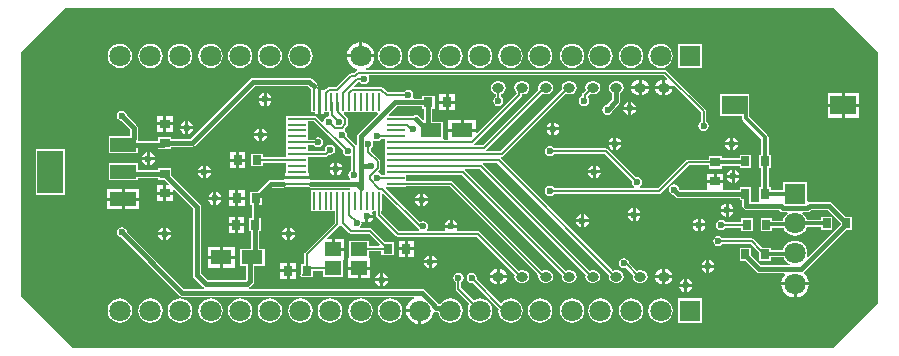
<source format=gtl>
G04*
G04 #@! TF.GenerationSoftware,Altium Limited,Altium Designer,19.1.5 (86)*
G04*
G04 Layer_Physical_Order=1*
G04 Layer_Color=255*
%FSLAX44Y44*%
%MOMM*%
G71*
G01*
G75*
%ADD10C,0.2000*%
%ADD16R,2.1800X1.6000*%
%ADD17R,2.2352X1.2192*%
%ADD18R,2.2000X3.6000*%
%ADD19R,1.8000X1.2300*%
%ADD21R,1.5600X0.2800*%
%ADD22R,0.2800X1.5600*%
%ADD25R,1.4000X1.2000*%
%ADD26O,1.0000X0.8000*%
%ADD41R,0.8000X0.8500*%
%ADD42R,0.7000X0.8500*%
%ADD43R,0.8500X0.8000*%
%ADD44C,0.4000*%
%ADD45C,0.3500*%
%ADD46R,1.8000X1.8000*%
%ADD47C,1.8000*%
%ADD48R,1.8000X1.8000*%
%ADD49C,0.6000*%
G36*
X732500Y255000D02*
Y42500D01*
X695000Y5000D01*
X51250D01*
X7500Y48750D01*
Y255000D01*
X45000Y292500D01*
X695000D01*
X732500Y255000D01*
D02*
G37*
%LPC*%
G36*
X296020Y263462D02*
Y253260D01*
X306222D01*
X305993Y255002D01*
X304830Y257810D01*
X302980Y260220D01*
X300570Y262070D01*
X297763Y263233D01*
X296020Y263462D01*
D02*
G37*
G36*
X293480Y263462D02*
X291737Y263233D01*
X288930Y262070D01*
X286520Y260220D01*
X284670Y257810D01*
X283507Y255002D01*
X283278Y253260D01*
X293480D01*
Y263462D01*
D02*
G37*
G36*
X584000Y262240D02*
X563500D01*
Y241740D01*
X584000D01*
Y262240D01*
D02*
G37*
G36*
X548750Y262328D02*
X546074Y261976D01*
X543581Y260943D01*
X541440Y259300D01*
X539797Y257159D01*
X538764Y254666D01*
X538411Y251990D01*
X538764Y249314D01*
X539797Y246821D01*
X541440Y244680D01*
X543581Y243037D01*
X546074Y242004D01*
X548750Y241652D01*
X551426Y242004D01*
X553919Y243037D01*
X556060Y244680D01*
X557703Y246821D01*
X558736Y249314D01*
X559088Y251990D01*
X558736Y254666D01*
X557703Y257159D01*
X556060Y259300D01*
X553919Y260943D01*
X551426Y261976D01*
X548750Y262328D01*
D02*
G37*
G36*
X523750D02*
X521074Y261976D01*
X518581Y260943D01*
X516440Y259300D01*
X514797Y257159D01*
X513764Y254666D01*
X513411Y251990D01*
X513764Y249314D01*
X514797Y246821D01*
X516440Y244680D01*
X518581Y243037D01*
X521074Y242004D01*
X523750Y241652D01*
X526426Y242004D01*
X528919Y243037D01*
X531060Y244680D01*
X532703Y246821D01*
X533736Y249314D01*
X534088Y251990D01*
X533736Y254666D01*
X532703Y257159D01*
X531060Y259300D01*
X528919Y260943D01*
X526426Y261976D01*
X523750Y262328D01*
D02*
G37*
G36*
X497750D02*
X495074Y261976D01*
X492581Y260943D01*
X490440Y259300D01*
X488797Y257159D01*
X487764Y254666D01*
X487411Y251990D01*
X487764Y249314D01*
X488797Y246821D01*
X490440Y244680D01*
X492581Y243037D01*
X495074Y242004D01*
X497750Y241652D01*
X500426Y242004D01*
X502919Y243037D01*
X505060Y244680D01*
X506703Y246821D01*
X507736Y249314D01*
X508088Y251990D01*
X507736Y254666D01*
X506703Y257159D01*
X505060Y259300D01*
X502919Y260943D01*
X500426Y261976D01*
X497750Y262328D01*
D02*
G37*
G36*
X473750D02*
X471074Y261976D01*
X468581Y260943D01*
X466440Y259300D01*
X464797Y257159D01*
X463764Y254666D01*
X463411Y251990D01*
X463764Y249314D01*
X464797Y246821D01*
X466440Y244680D01*
X468581Y243037D01*
X471074Y242004D01*
X473750Y241652D01*
X476426Y242004D01*
X478919Y243037D01*
X481060Y244680D01*
X482703Y246821D01*
X483736Y249314D01*
X484088Y251990D01*
X483736Y254666D01*
X482703Y257159D01*
X481060Y259300D01*
X478919Y260943D01*
X476426Y261976D01*
X473750Y262328D01*
D02*
G37*
G36*
X446750D02*
X444074Y261976D01*
X441581Y260943D01*
X439440Y259300D01*
X437797Y257159D01*
X436764Y254666D01*
X436412Y251990D01*
X436764Y249314D01*
X437797Y246821D01*
X439440Y244680D01*
X441581Y243037D01*
X444074Y242004D01*
X446750Y241652D01*
X449426Y242004D01*
X451919Y243037D01*
X454060Y244680D01*
X455703Y246821D01*
X456736Y249314D01*
X457088Y251990D01*
X456736Y254666D01*
X455703Y257159D01*
X454060Y259300D01*
X451919Y260943D01*
X449426Y261976D01*
X446750Y262328D01*
D02*
G37*
G36*
X421750D02*
X419074Y261976D01*
X416581Y260943D01*
X414440Y259300D01*
X412797Y257159D01*
X411764Y254666D01*
X411412Y251990D01*
X411764Y249314D01*
X412797Y246821D01*
X414440Y244680D01*
X416581Y243037D01*
X419074Y242004D01*
X421750Y241652D01*
X424426Y242004D01*
X426919Y243037D01*
X429060Y244680D01*
X430703Y246821D01*
X431736Y249314D01*
X432088Y251990D01*
X431736Y254666D01*
X430703Y257159D01*
X429060Y259300D01*
X426919Y260943D01*
X424426Y261976D01*
X421750Y262328D01*
D02*
G37*
G36*
X395750D02*
X393074Y261976D01*
X390581Y260943D01*
X388440Y259300D01*
X386797Y257159D01*
X385764Y254666D01*
X385411Y251990D01*
X385764Y249314D01*
X386797Y246821D01*
X388440Y244680D01*
X390581Y243037D01*
X393074Y242004D01*
X395750Y241652D01*
X398426Y242004D01*
X400919Y243037D01*
X403060Y244680D01*
X404703Y246821D01*
X405736Y249314D01*
X406088Y251990D01*
X405736Y254666D01*
X404703Y257159D01*
X403060Y259300D01*
X400919Y260943D01*
X398426Y261976D01*
X395750Y262328D01*
D02*
G37*
G36*
X370750D02*
X368074Y261976D01*
X365581Y260943D01*
X363440Y259300D01*
X361797Y257159D01*
X360764Y254666D01*
X360411Y251990D01*
X360764Y249314D01*
X361797Y246821D01*
X363440Y244680D01*
X365581Y243037D01*
X368074Y242004D01*
X370750Y241652D01*
X373426Y242004D01*
X375919Y243037D01*
X378060Y244680D01*
X379703Y246821D01*
X380736Y249314D01*
X381088Y251990D01*
X380736Y254666D01*
X379703Y257159D01*
X378060Y259300D01*
X375919Y260943D01*
X373426Y261976D01*
X370750Y262328D01*
D02*
G37*
G36*
X344750D02*
X342074Y261976D01*
X339581Y260943D01*
X337440Y259300D01*
X335797Y257159D01*
X334764Y254666D01*
X334412Y251990D01*
X334764Y249314D01*
X335797Y246821D01*
X337440Y244680D01*
X339581Y243037D01*
X342074Y242004D01*
X344750Y241652D01*
X347426Y242004D01*
X349919Y243037D01*
X352060Y244680D01*
X353703Y246821D01*
X354736Y249314D01*
X355088Y251990D01*
X354736Y254666D01*
X353703Y257159D01*
X352060Y259300D01*
X349919Y260943D01*
X347426Y261976D01*
X344750Y262328D01*
D02*
G37*
G36*
X319750D02*
X317074Y261976D01*
X314581Y260943D01*
X312440Y259300D01*
X310797Y257159D01*
X309764Y254666D01*
X309412Y251990D01*
X309764Y249314D01*
X310797Y246821D01*
X312440Y244680D01*
X314581Y243037D01*
X317074Y242004D01*
X319750Y241652D01*
X322426Y242004D01*
X324919Y243037D01*
X327060Y244680D01*
X328703Y246821D01*
X329736Y249314D01*
X330088Y251990D01*
X329736Y254666D01*
X328703Y257159D01*
X327060Y259300D01*
X324919Y260943D01*
X322426Y261976D01*
X319750Y262328D01*
D02*
G37*
G36*
X243750D02*
X241074Y261976D01*
X238581Y260943D01*
X236440Y259300D01*
X234797Y257159D01*
X233764Y254666D01*
X233412Y251990D01*
X233764Y249314D01*
X234797Y246821D01*
X236440Y244680D01*
X238581Y243037D01*
X241074Y242004D01*
X243750Y241652D01*
X246426Y242004D01*
X248919Y243037D01*
X251060Y244680D01*
X252703Y246821D01*
X253736Y249314D01*
X254088Y251990D01*
X253736Y254666D01*
X252703Y257159D01*
X251060Y259300D01*
X248919Y260943D01*
X246426Y261976D01*
X243750Y262328D01*
D02*
G37*
G36*
X217750D02*
X215074Y261976D01*
X212581Y260943D01*
X210440Y259300D01*
X208797Y257159D01*
X207764Y254666D01*
X207411Y251990D01*
X207764Y249314D01*
X208797Y246821D01*
X210440Y244680D01*
X212581Y243037D01*
X215074Y242004D01*
X217750Y241652D01*
X220426Y242004D01*
X222919Y243037D01*
X225060Y244680D01*
X226703Y246821D01*
X227736Y249314D01*
X228088Y251990D01*
X227736Y254666D01*
X226703Y257159D01*
X225060Y259300D01*
X222919Y260943D01*
X220426Y261976D01*
X217750Y262328D01*
D02*
G37*
G36*
X192750D02*
X190074Y261976D01*
X187581Y260943D01*
X185440Y259300D01*
X183797Y257159D01*
X182764Y254666D01*
X182411Y251990D01*
X182764Y249314D01*
X183797Y246821D01*
X185440Y244680D01*
X187581Y243037D01*
X190074Y242004D01*
X192750Y241652D01*
X195426Y242004D01*
X197919Y243037D01*
X200060Y244680D01*
X201703Y246821D01*
X202736Y249314D01*
X203088Y251990D01*
X202736Y254666D01*
X201703Y257159D01*
X200060Y259300D01*
X197919Y260943D01*
X195426Y261976D01*
X192750Y262328D01*
D02*
G37*
G36*
X167750D02*
X165074Y261976D01*
X162581Y260943D01*
X160440Y259300D01*
X158797Y257159D01*
X157764Y254666D01*
X157411Y251990D01*
X157764Y249314D01*
X158797Y246821D01*
X160440Y244680D01*
X162581Y243037D01*
X165074Y242004D01*
X167750Y241652D01*
X170426Y242004D01*
X172919Y243037D01*
X175060Y244680D01*
X176703Y246821D01*
X177736Y249314D01*
X178088Y251990D01*
X177736Y254666D01*
X176703Y257159D01*
X175060Y259300D01*
X172919Y260943D01*
X170426Y261976D01*
X167750Y262328D01*
D02*
G37*
G36*
X141750D02*
X139074Y261976D01*
X136581Y260943D01*
X134440Y259300D01*
X132797Y257159D01*
X131764Y254666D01*
X131412Y251990D01*
X131764Y249314D01*
X132797Y246821D01*
X134440Y244680D01*
X136581Y243037D01*
X139074Y242004D01*
X141750Y241652D01*
X144426Y242004D01*
X146919Y243037D01*
X149060Y244680D01*
X150703Y246821D01*
X151736Y249314D01*
X152088Y251990D01*
X151736Y254666D01*
X150703Y257159D01*
X149060Y259300D01*
X146919Y260943D01*
X144426Y261976D01*
X141750Y262328D01*
D02*
G37*
G36*
X116750D02*
X114074Y261976D01*
X111581Y260943D01*
X109440Y259300D01*
X107797Y257159D01*
X106764Y254666D01*
X106412Y251990D01*
X106764Y249314D01*
X107797Y246821D01*
X109440Y244680D01*
X111581Y243037D01*
X114074Y242004D01*
X116750Y241652D01*
X119426Y242004D01*
X121919Y243037D01*
X124060Y244680D01*
X125703Y246821D01*
X126736Y249314D01*
X127088Y251990D01*
X126736Y254666D01*
X125703Y257159D01*
X124060Y259300D01*
X121919Y260943D01*
X119426Y261976D01*
X116750Y262328D01*
D02*
G37*
G36*
X90750D02*
X88074Y261976D01*
X85581Y260943D01*
X83440Y259300D01*
X81797Y257159D01*
X80764Y254666D01*
X80412Y251990D01*
X80764Y249314D01*
X81797Y246821D01*
X83440Y244680D01*
X85581Y243037D01*
X88074Y242004D01*
X90750Y241652D01*
X93426Y242004D01*
X95919Y243037D01*
X98060Y244680D01*
X99703Y246821D01*
X100736Y249314D01*
X101088Y251990D01*
X100736Y254666D01*
X99703Y257159D01*
X98060Y259300D01*
X95919Y260943D01*
X93426Y261976D01*
X90750Y262328D01*
D02*
G37*
G36*
X294750Y251990D02*
D01*
Y250720D01*
X283278D01*
X283507Y248978D01*
X284670Y246170D01*
X286520Y243760D01*
X288930Y241910D01*
X291252Y240948D01*
X291401Y239574D01*
X291100Y239372D01*
X288820Y237092D01*
X286538D01*
X285660Y236917D01*
X284916Y236420D01*
X273889Y225394D01*
X267668D01*
X266790Y225219D01*
X266046Y224722D01*
X265098Y223775D01*
X263940Y223390D01*
Y223390D01*
X263940Y223390D01*
X261270D01*
Y213050D01*
Y202710D01*
X263940D01*
Y204000D01*
X268106D01*
Y202107D01*
X268178Y201743D01*
X267900Y201268D01*
X267404Y200648D01*
X267224Y200528D01*
X265842Y200253D01*
X264436Y199314D01*
X263497Y197908D01*
X263270Y196770D01*
X261964Y196280D01*
X257872Y200372D01*
X257128Y200869D01*
X256250Y201044D01*
X249750D01*
Y201400D01*
X231650D01*
Y196100D01*
Y186100D01*
Y176100D01*
Y166044D01*
X211750D01*
Y169250D01*
X202250D01*
Y158250D01*
X211750D01*
Y161456D01*
X231650D01*
Y152690D01*
X230360D01*
Y150020D01*
X240700D01*
X251040D01*
Y152690D01*
X249750D01*
Y156100D01*
Y166456D01*
X265000D01*
X265878Y166631D01*
X266622Y167128D01*
X267842Y168347D01*
X268750Y168167D01*
X270408Y168497D01*
X271814Y169436D01*
X272753Y170842D01*
X273083Y172500D01*
X272753Y174158D01*
X271814Y175564D01*
X270408Y176503D01*
X268750Y176833D01*
X267092Y176503D01*
X265686Y175564D01*
X264747Y174158D01*
X264417Y172500D01*
X264490Y172132D01*
X263552Y171044D01*
X249750D01*
Y176456D01*
X255171D01*
X255686Y175686D01*
X257092Y174747D01*
X258750Y174417D01*
X260408Y174747D01*
X261814Y175686D01*
X262753Y177092D01*
X263083Y178750D01*
X262753Y180408D01*
X261814Y181814D01*
X260408Y182753D01*
X258750Y183083D01*
X257092Y182753D01*
X255686Y181814D01*
X255171Y181044D01*
X249750D01*
Y186100D01*
Y196456D01*
X255300D01*
X279597Y172158D01*
X279417Y171250D01*
X279747Y169592D01*
X280686Y168186D01*
X282092Y167247D01*
X283750Y166917D01*
X285408Y167247D01*
X285586Y167365D01*
X286706Y166767D01*
Y154996D01*
X285686Y154314D01*
X284747Y152908D01*
X284417Y151250D01*
X284747Y149592D01*
X285587Y148334D01*
X285418Y147690D01*
X285079Y147064D01*
X252500D01*
X252310Y147026D01*
X251757Y147480D01*
X240700D01*
X229706D01*
X229090Y146996D01*
X228750Y147064D01*
X218500D01*
X217232Y146811D01*
X216157Y146093D01*
X207410Y137346D01*
X206657Y136843D01*
X206564Y136750D01*
X200750D01*
Y125750D01*
X202436D01*
Y114250D01*
X200250D01*
Y103250D01*
X202186D01*
Y88650D01*
X192850D01*
Y73850D01*
X197936D01*
Y62623D01*
X197377Y62064D01*
X165123D01*
X159564Y67622D01*
Y124250D01*
X159311Y125518D01*
X158593Y126593D01*
X134846Y150340D01*
X134343Y151093D01*
X134250Y151186D01*
Y157000D01*
X123250D01*
Y155064D01*
X106176D01*
Y161096D01*
X81324D01*
Y146404D01*
X106176D01*
Y148436D01*
X123250D01*
Y146500D01*
X129428D01*
X129657Y146157D01*
X132350Y143463D01*
X131864Y142290D01*
X130020D01*
Y137020D01*
X135540D01*
Y138614D01*
X136713Y139100D01*
X152936Y122878D01*
Y66250D01*
X153188Y64982D01*
X153907Y63907D01*
X161407Y56407D01*
X162265Y55834D01*
X162152Y54821D01*
X162053Y54564D01*
X145123D01*
X96746Y102941D01*
X96503Y104158D01*
X95564Y105564D01*
X94158Y106503D01*
X92500Y106833D01*
X90842Y106503D01*
X89436Y105564D01*
X88497Y104158D01*
X88167Y102500D01*
X88497Y100842D01*
X89436Y99436D01*
X90842Y98497D01*
X92059Y98254D01*
X141407Y48907D01*
X142482Y48189D01*
X143750Y47936D01*
X339489D01*
X339742Y46666D01*
X338930Y46330D01*
X336520Y44480D01*
X334670Y42070D01*
X333507Y39262D01*
X333278Y37520D01*
X344750D01*
Y36250D01*
X346020D01*
Y24778D01*
X347762Y25007D01*
X350570Y26170D01*
X352980Y28020D01*
X354830Y30430D01*
X355993Y33237D01*
X356154Y34458D01*
X357477Y35096D01*
X357518Y35091D01*
X358750Y34846D01*
X360596D01*
X360764Y33574D01*
X361797Y31081D01*
X363440Y28940D01*
X365581Y27297D01*
X368074Y26264D01*
X370750Y25912D01*
X373426Y26264D01*
X375919Y27297D01*
X378060Y28940D01*
X379703Y31081D01*
X380736Y33574D01*
X381088Y36250D01*
X380736Y38926D01*
X379703Y41419D01*
X378060Y43560D01*
X375919Y45203D01*
X373426Y46236D01*
X370750Y46588D01*
X368074Y46236D01*
X365581Y45203D01*
X363440Y43560D01*
X361838Y41474D01*
X360284D01*
X360061Y42592D01*
X359343Y43667D01*
X349417Y53593D01*
X348342Y54311D01*
X347074Y54564D01*
X200446D01*
X200348Y54821D01*
X200235Y55834D01*
X201093Y56407D01*
X203593Y58907D01*
X204311Y59982D01*
X204564Y61250D01*
Y73850D01*
X213350D01*
Y88650D01*
X208814D01*
Y103250D01*
X210750D01*
Y114250D01*
X209064D01*
Y125750D01*
X211250D01*
Y131928D01*
X211593Y132157D01*
X219873Y140436D01*
X228750D01*
X230018Y140689D01*
X230435Y140967D01*
X231650Y141100D01*
X231650Y141100D01*
X231650Y141100D01*
X249750D01*
X249750Y141100D01*
Y141100D01*
X249750Y141100D01*
X250933Y140889D01*
X251232Y140689D01*
X252500Y140436D01*
X285058D01*
X286060Y139790D01*
Y138500D01*
X252350D01*
Y120400D01*
X272706D01*
Y110475D01*
X247628Y85397D01*
X247131Y84653D01*
X246956Y83775D01*
Y75500D01*
X244000D01*
Y67807D01*
X243881Y67628D01*
X243706Y66750D01*
X243881Y65872D01*
X244000Y65693D01*
Y64500D01*
X245779D01*
X246000Y64456D01*
X246250D01*
X246472Y64500D01*
X254500D01*
Y69706D01*
X263250D01*
Y64750D01*
X279750D01*
Y79250D01*
X280933Y79460D01*
X281040D01*
Y86730D01*
X271500D01*
Y88000D01*
X270230D01*
Y96540D01*
X266919D01*
X266433Y97713D01*
X276622Y107903D01*
X276895Y108311D01*
X278004Y108470D01*
X278364Y108398D01*
X278378Y108378D01*
X284628Y102128D01*
X285372Y101630D01*
X286250Y101456D01*
X301550D01*
X310788Y92217D01*
X310302Y91044D01*
X301750D01*
Y95250D01*
X285250D01*
X285250Y80750D01*
X284067Y80540D01*
X283960D01*
Y73270D01*
X303040D01*
Y80540D01*
X302933D01*
X301750Y80750D01*
X301750Y81810D01*
Y86456D01*
X312250D01*
Y83250D01*
X322750D01*
Y94250D01*
X315244D01*
X304122Y105372D01*
X303378Y105869D01*
X302500Y106044D01*
X295091D01*
X294567Y107314D01*
X295253Y108342D01*
X295583Y110000D01*
X295351Y111166D01*
X296474Y111943D01*
X297838Y111031D01*
X298730Y110854D01*
Y116250D01*
X300000D01*
Y117520D01*
X305396D01*
X305219Y118412D01*
X304739Y119130D01*
X305417Y120400D01*
X307706D01*
Y117500D01*
X307880Y116622D01*
X308378Y115878D01*
X324628Y99628D01*
X325372Y99130D01*
X326250Y98956D01*
X393050D01*
X425247Y66759D01*
X424897Y65000D01*
X425305Y62952D01*
X426465Y61215D01*
X428201Y60055D01*
X430250Y59647D01*
X432250D01*
X434298Y60055D01*
X436035Y61215D01*
X437195Y62952D01*
X437603Y65000D01*
X437195Y67048D01*
X436035Y68785D01*
X434298Y69945D01*
X432250Y70353D01*
X430250D01*
X428491Y70003D01*
X395622Y102872D01*
X394878Y103369D01*
X394000Y103544D01*
X376617D01*
X376018Y104664D01*
X376469Y105338D01*
X376646Y106230D01*
X365854D01*
X366031Y105338D01*
X366482Y104664D01*
X365883Y103544D01*
X351341D01*
X350817Y104814D01*
X351503Y105842D01*
X351833Y107500D01*
X351503Y109158D01*
X350564Y110564D01*
X349158Y111503D01*
X347500Y111833D01*
X345842Y111503D01*
X344882Y110862D01*
X315914Y139830D01*
X316440Y141100D01*
X333350D01*
Y141456D01*
X370550D01*
X445247Y66759D01*
X444897Y65000D01*
X445305Y62952D01*
X446465Y61215D01*
X448201Y60055D01*
X450250Y59647D01*
X452250D01*
X454298Y60055D01*
X456035Y61215D01*
X457195Y62952D01*
X457603Y65000D01*
X457195Y67048D01*
X456035Y68785D01*
X454298Y69945D01*
X452250Y70353D01*
X450250D01*
X448491Y70003D01*
X373122Y145372D01*
X372378Y145870D01*
X371500Y146044D01*
X333350D01*
Y151456D01*
X380550D01*
X465247Y66759D01*
X464897Y65000D01*
X465305Y62952D01*
X466465Y61215D01*
X468202Y60055D01*
X470250Y59647D01*
X472250D01*
X474298Y60055D01*
X476035Y61215D01*
X477195Y62952D01*
X477603Y65000D01*
X477195Y67048D01*
X476035Y68785D01*
X474298Y69945D01*
X472250Y70353D01*
X470250D01*
X468491Y70003D01*
X383308Y155186D01*
X383462Y155927D01*
X383786Y156456D01*
X395550D01*
X485247Y66759D01*
X484897Y65000D01*
X485305Y62952D01*
X486465Y61215D01*
X488201Y60055D01*
X490250Y59647D01*
X492250D01*
X494298Y60055D01*
X496035Y61215D01*
X497195Y62952D01*
X497603Y65000D01*
X497195Y67048D01*
X496035Y68785D01*
X494298Y69945D01*
X492250Y70353D01*
X490250D01*
X488491Y70003D01*
X398308Y160186D01*
X398462Y160927D01*
X398786Y161456D01*
X410550D01*
X505247Y66759D01*
X504897Y65000D01*
X505305Y62952D01*
X506465Y61215D01*
X508201Y60055D01*
X510250Y59647D01*
X512250D01*
X514298Y60055D01*
X516035Y61215D01*
X517195Y62952D01*
X517603Y65000D01*
X517195Y67048D01*
X516035Y68785D01*
X514298Y69945D01*
X512250Y70353D01*
X510250D01*
X508491Y70003D01*
X413308Y165186D01*
X413462Y165927D01*
X413786Y166456D01*
X414000D01*
X414878Y166631D01*
X415622Y167128D01*
X468491Y219997D01*
X470250Y219647D01*
X472250D01*
X474298Y220055D01*
X476035Y221215D01*
X477195Y222952D01*
X477603Y225000D01*
X477195Y227048D01*
X476035Y228785D01*
X474298Y229945D01*
X472250Y230353D01*
X470250D01*
X468202Y229945D01*
X466465Y228785D01*
X465305Y227048D01*
X464897Y225000D01*
X465247Y223241D01*
X413050Y171044D01*
X401286D01*
X400962Y171573D01*
X400808Y172314D01*
X448491Y219997D01*
X450250Y219647D01*
X452250D01*
X454298Y220055D01*
X456035Y221215D01*
X457195Y222952D01*
X457603Y225000D01*
X457195Y227048D01*
X456035Y228785D01*
X454298Y229945D01*
X452250Y230353D01*
X450250D01*
X448201Y229945D01*
X446465Y228785D01*
X445305Y227048D01*
X444897Y225000D01*
X445247Y223241D01*
X398050Y176044D01*
X391218D01*
X390894Y176573D01*
X390740Y177314D01*
X430724Y217298D01*
X431221Y218042D01*
X431396Y218920D01*
Y219647D01*
X432250D01*
X434298Y220055D01*
X436035Y221215D01*
X437195Y222952D01*
X437603Y225000D01*
X437195Y227048D01*
X436035Y228785D01*
X434298Y229945D01*
X432250Y230353D01*
X430250D01*
X428201Y229945D01*
X426465Y228785D01*
X425305Y227048D01*
X424897Y225000D01*
X425305Y222952D01*
X426465Y221215D01*
X426665Y221081D01*
X426741Y219803D01*
X393313Y186376D01*
X392140Y186862D01*
Y187480D01*
X380600D01*
X369060D01*
Y181044D01*
X365793D01*
X364650Y181350D01*
Y196150D01*
X355314D01*
Y207000D01*
X357250D01*
Y218000D01*
X346750D01*
Y215814D01*
X339496D01*
X338898Y216934D01*
X339003Y217092D01*
X339333Y218750D01*
X339003Y220408D01*
X338064Y221814D01*
X336658Y222753D01*
X335000Y223083D01*
X333342Y222753D01*
X331936Y221814D01*
X331421Y221044D01*
X317632D01*
X313954Y224722D01*
X313210Y225219D01*
X312332Y225394D01*
X289866D01*
X289380Y226567D01*
X292450Y229638D01*
X294301D01*
X294436Y229436D01*
X295842Y228497D01*
X297500Y228167D01*
X299158Y228497D01*
X300564Y229436D01*
X301503Y230842D01*
X301833Y232500D01*
X301503Y234158D01*
X301385Y234336D01*
X301983Y235456D01*
X551300D01*
X554127Y232628D01*
X553532Y231428D01*
X552520Y231561D01*
Y226270D01*
X558679D01*
X558678Y226282D01*
X559878Y226877D01*
X582706Y204050D01*
Y196079D01*
X581936Y195564D01*
X580997Y194158D01*
X580667Y192500D01*
X580997Y190842D01*
X581936Y189436D01*
X583342Y188497D01*
X585000Y188167D01*
X586658Y188497D01*
X588064Y189436D01*
X589003Y190842D01*
X589333Y192500D01*
X589003Y194158D01*
X588064Y195564D01*
X587294Y196079D01*
Y205000D01*
X587119Y205878D01*
X586622Y206622D01*
X553872Y239372D01*
X553128Y239869D01*
X552250Y240044D01*
X299384D01*
X299132Y241314D01*
X300570Y241910D01*
X302980Y243760D01*
X304830Y246170D01*
X305993Y248978D01*
X306222Y250720D01*
X294750D01*
Y251990D01*
D02*
G37*
G36*
X549980Y231561D02*
X548543Y231372D01*
X546952Y230713D01*
X545586Y229664D01*
X544537Y228298D01*
X543878Y226707D01*
X543821Y226270D01*
X549980D01*
Y231561D01*
D02*
G37*
G36*
X532520D02*
Y226270D01*
X538679D01*
X538622Y226707D01*
X537963Y228298D01*
X536914Y229664D01*
X535548Y230713D01*
X533957Y231372D01*
X532520Y231561D01*
D02*
G37*
G36*
X529980D02*
X528543Y231372D01*
X526952Y230713D01*
X525586Y229664D01*
X524537Y228298D01*
X523878Y226707D01*
X523821Y226270D01*
X529980D01*
Y231561D01*
D02*
G37*
G36*
X492320Y230353D02*
X490320D01*
X488271Y229945D01*
X486535Y228785D01*
X485375Y227048D01*
X484967Y225000D01*
X485317Y223241D01*
X482893Y220818D01*
X482396Y220073D01*
X482221Y219195D01*
Y217779D01*
X482092Y217753D01*
X480686Y216814D01*
X479747Y215408D01*
X479417Y213750D01*
X479747Y212092D01*
X480686Y210686D01*
X482092Y209747D01*
X483750Y209417D01*
X485408Y209747D01*
X486814Y210686D01*
X487753Y212092D01*
X488083Y213750D01*
X487753Y215408D01*
X486814Y216814D01*
X486809Y216817D01*
Y218245D01*
X488561Y219997D01*
X490320Y219647D01*
X492320D01*
X494368Y220055D01*
X496105Y221215D01*
X497265Y222952D01*
X497673Y225000D01*
X497265Y227048D01*
X496105Y228785D01*
X494368Y229945D01*
X492320Y230353D01*
D02*
G37*
G36*
X558679Y223730D02*
X552520D01*
Y218439D01*
X553957Y218628D01*
X555548Y219287D01*
X556914Y220336D01*
X557963Y221702D01*
X558622Y223293D01*
X558679Y223730D01*
D02*
G37*
G36*
X549980D02*
X543821D01*
X543878Y223293D01*
X544537Y221702D01*
X545586Y220336D01*
X546952Y219287D01*
X548543Y218628D01*
X549980Y218439D01*
Y223730D01*
D02*
G37*
G36*
X538679D02*
X532520D01*
Y218439D01*
X533957Y218628D01*
X535548Y219287D01*
X536914Y220336D01*
X537963Y221702D01*
X538622Y223293D01*
X538679Y223730D01*
D02*
G37*
G36*
X529980D02*
X523821D01*
X523878Y223293D01*
X524537Y221702D01*
X525586Y220336D01*
X526952Y219287D01*
X528543Y218628D01*
X529980Y218439D01*
Y223730D01*
D02*
G37*
G36*
X215020Y220396D02*
Y216270D01*
X219146D01*
X218969Y217162D01*
X217744Y218994D01*
X215912Y220219D01*
X215020Y220396D01*
D02*
G37*
G36*
X212480D02*
X211588Y220219D01*
X209756Y218994D01*
X208531Y217162D01*
X208354Y216270D01*
X212480D01*
Y220396D01*
D02*
G37*
G36*
X374540Y219290D02*
X369270D01*
Y213770D01*
X374540D01*
Y219290D01*
D02*
G37*
G36*
X366730D02*
X361460D01*
Y213770D01*
X366730D01*
Y219290D01*
D02*
G37*
G36*
X716940Y220540D02*
X704770D01*
Y211270D01*
X716940D01*
Y220540D01*
D02*
G37*
G36*
X702230D02*
X690060D01*
Y211270D01*
X702230D01*
Y220540D01*
D02*
G37*
G36*
X219146Y213730D02*
X215020D01*
Y209604D01*
X215912Y209781D01*
X217744Y211006D01*
X218969Y212838D01*
X219146Y213730D01*
D02*
G37*
G36*
X212480D02*
X208354D01*
X208531Y212838D01*
X209756Y211006D01*
X211588Y209781D01*
X212480Y209604D01*
Y213730D01*
D02*
G37*
G36*
X412250Y230353D02*
X410250D01*
X408201Y229945D01*
X406465Y228785D01*
X405305Y227048D01*
X404897Y225000D01*
X405305Y222952D01*
X406465Y221215D01*
X408201Y220055D01*
X408956Y219905D01*
Y217329D01*
X408186Y216814D01*
X407247Y215408D01*
X406917Y213750D01*
X407247Y212092D01*
X408186Y210686D01*
X409592Y209747D01*
X411250Y209417D01*
X412908Y209747D01*
X414314Y210686D01*
X415253Y212092D01*
X415583Y213750D01*
X415253Y215408D01*
X414314Y216814D01*
X413544Y217329D01*
Y219905D01*
X414298Y220055D01*
X416035Y221215D01*
X417195Y222952D01*
X417603Y225000D01*
X417195Y227048D01*
X416035Y228785D01*
X414298Y229945D01*
X412250Y230353D01*
D02*
G37*
G36*
X523770Y212896D02*
Y208770D01*
X527896D01*
X527719Y209662D01*
X526494Y211494D01*
X524662Y212719D01*
X523770Y212896D01*
D02*
G37*
G36*
X521230D02*
X520338Y212719D01*
X518506Y211494D01*
X517281Y209662D01*
X517104Y208770D01*
X521230D01*
Y212896D01*
D02*
G37*
G36*
X374540Y211230D02*
X369270D01*
Y205710D01*
X374540D01*
Y211230D01*
D02*
G37*
G36*
X366730D02*
X361460D01*
Y205710D01*
X366730D01*
Y211230D01*
D02*
G37*
G36*
X251250Y233314D02*
X203750D01*
X202482Y233062D01*
X201407Y232343D01*
X150627Y181564D01*
X134250D01*
Y183500D01*
X123250D01*
Y180178D01*
X106176D01*
Y184210D01*
X105814D01*
Y191250D01*
X105561Y192518D01*
X104843Y193593D01*
X96746Y201691D01*
X96503Y202908D01*
X95564Y204314D01*
X94158Y205253D01*
X92500Y205583D01*
X90842Y205253D01*
X89436Y204314D01*
X88497Y202908D01*
X88167Y201250D01*
X88497Y199592D01*
X89436Y198186D01*
X90842Y197247D01*
X92059Y197004D01*
X99186Y189877D01*
Y184210D01*
X81324D01*
Y169518D01*
X106176D01*
Y173550D01*
X123250D01*
Y173000D01*
X134250D01*
Y174936D01*
X152000D01*
X153268Y175189D01*
X154343Y175907D01*
X205123Y226686D01*
X249877D01*
X252657Y223907D01*
X252706Y223874D01*
Y222100D01*
X252350D01*
Y204000D01*
X256060D01*
Y202710D01*
X258730D01*
Y213050D01*
Y223390D01*
X258525D01*
X257846Y224660D01*
X258061Y224982D01*
X258314Y226250D01*
X258061Y227518D01*
X257343Y228593D01*
X253593Y232343D01*
X252518Y233061D01*
X251250Y233314D01*
D02*
G37*
G36*
X527896Y206230D02*
X523770D01*
Y202104D01*
X524662Y202281D01*
X526494Y203506D01*
X527719Y205338D01*
X527896Y206230D01*
D02*
G37*
G36*
X521230D02*
X517104D01*
X517281Y205338D01*
X518506Y203506D01*
X520338Y202281D01*
X521230Y202104D01*
Y206230D01*
D02*
G37*
G36*
X512250Y230353D02*
X510250D01*
X508201Y229945D01*
X506465Y228785D01*
X505305Y227048D01*
X504897Y225000D01*
X505305Y222952D01*
X506465Y221215D01*
X507936Y220232D01*
Y215123D01*
X503309Y210496D01*
X502092Y210253D01*
X500686Y209314D01*
X499747Y207908D01*
X499417Y206250D01*
X499747Y204592D01*
X500686Y203186D01*
X502092Y202247D01*
X503750Y201917D01*
X505408Y202247D01*
X506814Y203186D01*
X507753Y204592D01*
X507996Y205809D01*
X513593Y211407D01*
X514311Y212482D01*
X514564Y213750D01*
Y220232D01*
X516035Y221215D01*
X517195Y222952D01*
X517603Y225000D01*
X517195Y227048D01*
X516035Y228785D01*
X514298Y229945D01*
X512250Y230353D01*
D02*
G37*
G36*
X716940Y208730D02*
X704770D01*
Y199460D01*
X716940D01*
Y208730D01*
D02*
G37*
G36*
X702230D02*
X690060D01*
Y199460D01*
X702230D01*
Y208730D01*
D02*
G37*
G36*
X135540Y200790D02*
X130020D01*
Y195520D01*
X135540D01*
Y200790D01*
D02*
G37*
G36*
X127480D02*
X121960D01*
Y195520D01*
X127480D01*
Y200790D01*
D02*
G37*
G36*
X148770Y196646D02*
Y192520D01*
X152896D01*
X152718Y193412D01*
X151494Y195244D01*
X149662Y196469D01*
X148770Y196646D01*
D02*
G37*
G36*
X146230D02*
X145338Y196469D01*
X143506Y195244D01*
X142281Y193412D01*
X142104Y192520D01*
X146230D01*
Y196646D01*
D02*
G37*
G36*
X458770Y195396D02*
Y191270D01*
X462896D01*
X462719Y192162D01*
X461494Y193994D01*
X459662Y195219D01*
X458770Y195396D01*
D02*
G37*
G36*
X456230D02*
X455338Y195219D01*
X453506Y193994D01*
X452281Y192162D01*
X452104Y191270D01*
X456230D01*
Y195396D01*
D02*
G37*
G36*
X392140Y197440D02*
X381870D01*
Y190020D01*
X392140D01*
Y197440D01*
D02*
G37*
G36*
X379330D02*
X369060D01*
Y190020D01*
X379330D01*
Y197440D01*
D02*
G37*
G36*
X135540Y192980D02*
X130020D01*
Y187710D01*
X135540D01*
Y192980D01*
D02*
G37*
G36*
X127480D02*
X121960D01*
Y187710D01*
X127480D01*
Y192980D01*
D02*
G37*
G36*
X211270Y190396D02*
Y186270D01*
X215396D01*
X215219Y187162D01*
X213994Y188994D01*
X212162Y190219D01*
X211270Y190396D01*
D02*
G37*
G36*
X208730D02*
X207838Y190219D01*
X206006Y188994D01*
X204781Y187162D01*
X204604Y186270D01*
X208730D01*
Y190396D01*
D02*
G37*
G36*
X152896Y189980D02*
X148770D01*
Y185854D01*
X149662Y186031D01*
X151494Y187256D01*
X152718Y189088D01*
X152896Y189980D01*
D02*
G37*
G36*
X146230D02*
X142104D01*
X142281Y189088D01*
X143506Y187256D01*
X145338Y186031D01*
X146230Y185854D01*
Y189980D01*
D02*
G37*
G36*
X462896Y188730D02*
X458770D01*
Y184604D01*
X459662Y184781D01*
X461494Y186006D01*
X462719Y187838D01*
X462896Y188730D01*
D02*
G37*
G36*
X456230D02*
X452104D01*
X452281Y187838D01*
X453506Y186006D01*
X455338Y184781D01*
X456230Y184604D01*
Y188730D01*
D02*
G37*
G36*
X215396Y183730D02*
X211270D01*
Y179604D01*
X212162Y179781D01*
X213994Y181006D01*
X215219Y182838D01*
X215396Y183730D01*
D02*
G37*
G36*
X208730D02*
X204604D01*
X204781Y182838D01*
X206006Y181006D01*
X207838Y179781D01*
X208730Y179604D01*
Y183730D01*
D02*
G37*
G36*
X610020Y182896D02*
Y178770D01*
X614146D01*
X613969Y179662D01*
X612744Y181494D01*
X610912Y182719D01*
X610020Y182896D01*
D02*
G37*
G36*
X607480D02*
X606588Y182719D01*
X604756Y181494D01*
X603531Y179662D01*
X603354Y178770D01*
X607480D01*
Y182896D01*
D02*
G37*
G36*
X511270D02*
Y178770D01*
X515396D01*
X515219Y179662D01*
X513994Y181494D01*
X512162Y182719D01*
X511270Y182896D01*
D02*
G37*
G36*
X508730D02*
X507838Y182719D01*
X506006Y181494D01*
X504781Y179662D01*
X504604Y178770D01*
X508730D01*
Y182896D01*
D02*
G37*
G36*
X614146Y176230D02*
X610020D01*
Y172104D01*
X610912Y172281D01*
X612744Y173506D01*
X613969Y175338D01*
X614146Y176230D01*
D02*
G37*
G36*
X607480D02*
X603354D01*
X603531Y175338D01*
X604756Y173506D01*
X606588Y172281D01*
X607480Y172104D01*
Y176230D01*
D02*
G37*
G36*
X515396D02*
X511270D01*
Y172104D01*
X512162Y172281D01*
X513994Y173506D01*
X515219Y175338D01*
X515396Y176230D01*
D02*
G37*
G36*
X508730D02*
X504604D01*
X504781Y175338D01*
X506006Y173506D01*
X507838Y172281D01*
X508730Y172104D01*
Y176230D01*
D02*
G37*
G36*
X116270Y170396D02*
Y166270D01*
X120396D01*
X120219Y167162D01*
X118994Y168994D01*
X117162Y170219D01*
X116270Y170396D01*
D02*
G37*
G36*
X113730D02*
X112838Y170219D01*
X111006Y168994D01*
X109781Y167162D01*
X109604Y166270D01*
X113730D01*
Y170396D01*
D02*
G37*
G36*
X196540Y170540D02*
X191770D01*
Y165020D01*
X196540D01*
Y170540D01*
D02*
G37*
G36*
X189230D02*
X184460D01*
Y165020D01*
X189230D01*
Y170540D01*
D02*
G37*
G36*
X120396Y163730D02*
X116270D01*
Y159604D01*
X117162Y159781D01*
X118994Y161006D01*
X120219Y162838D01*
X120396Y163730D01*
D02*
G37*
G36*
X113730D02*
X109604D01*
X109781Y162838D01*
X111006Y161006D01*
X112838Y159781D01*
X113730Y159604D01*
Y163730D01*
D02*
G37*
G36*
X275020Y161646D02*
Y157520D01*
X279146D01*
X278969Y158412D01*
X277744Y160244D01*
X275912Y161469D01*
X275020Y161646D01*
D02*
G37*
G36*
X272480D02*
X271588Y161469D01*
X269756Y160244D01*
X268531Y158412D01*
X268354Y157520D01*
X272480D01*
Y161646D01*
D02*
G37*
G36*
X455000Y175583D02*
X453342Y175253D01*
X451936Y174314D01*
X450997Y172908D01*
X450667Y171250D01*
X450997Y169592D01*
X451936Y168186D01*
X453342Y167247D01*
X455000Y166917D01*
X456658Y167247D01*
X458064Y168186D01*
X458579Y168956D01*
X501550D01*
X524597Y145908D01*
X524417Y145000D01*
X524747Y143342D01*
X525686Y141936D01*
X526005Y141722D01*
X526339Y139997D01*
X526201Y139794D01*
X458579D01*
X458064Y140564D01*
X456658Y141503D01*
X455000Y141833D01*
X453342Y141503D01*
X451936Y140564D01*
X450997Y139158D01*
X450667Y137500D01*
X450997Y135842D01*
X451936Y134436D01*
X453342Y133497D01*
X455000Y133167D01*
X456658Y133497D01*
X458064Y134436D01*
X458579Y135206D01*
X547500D01*
X548378Y135381D01*
X549122Y135878D01*
X572700Y159456D01*
X589500D01*
Y156500D01*
X600500D01*
Y159066D01*
X615750D01*
Y157000D01*
X625250D01*
Y168000D01*
X615750D01*
Y165184D01*
X600500D01*
Y167000D01*
X589500D01*
Y164044D01*
X571750D01*
X570872Y163869D01*
X570128Y163372D01*
X546550Y139794D01*
X531299D01*
X531161Y139997D01*
X531495Y141722D01*
X531814Y141936D01*
X532753Y143342D01*
X533083Y145000D01*
X532753Y146658D01*
X531814Y148064D01*
X530408Y149003D01*
X528750Y149333D01*
X527842Y149153D01*
X504122Y172872D01*
X503378Y173370D01*
X502500Y173544D01*
X458579D01*
X458064Y174314D01*
X456658Y175253D01*
X455000Y175583D01*
D02*
G37*
G36*
X196540Y162480D02*
X191770D01*
Y156960D01*
X196540D01*
Y162480D01*
D02*
G37*
G36*
X189230D02*
X184460D01*
Y156960D01*
X189230D01*
Y162480D01*
D02*
G37*
G36*
X493770Y159146D02*
Y155020D01*
X497896D01*
X497719Y155912D01*
X496494Y157744D01*
X494662Y158968D01*
X493770Y159146D01*
D02*
G37*
G36*
X491230D02*
X490338Y158968D01*
X488506Y157744D01*
X487281Y155912D01*
X487104Y155020D01*
X491230D01*
Y159146D01*
D02*
G37*
G36*
X163770D02*
Y155020D01*
X167896D01*
X167719Y155912D01*
X166494Y157744D01*
X164662Y158968D01*
X163770Y159146D01*
D02*
G37*
G36*
X161230D02*
X160338Y158968D01*
X158506Y157744D01*
X157281Y155912D01*
X157104Y155020D01*
X161230D01*
Y159146D01*
D02*
G37*
G36*
X611270Y155396D02*
Y151270D01*
X615396D01*
X615219Y152162D01*
X613994Y153994D01*
X612162Y155219D01*
X611270Y155396D01*
D02*
G37*
G36*
X608730D02*
X607838Y155219D01*
X606006Y153994D01*
X604781Y152162D01*
X604604Y151270D01*
X608730D01*
Y155396D01*
D02*
G37*
G36*
X279146Y154980D02*
X275020D01*
Y150854D01*
X275912Y151031D01*
X277744Y152256D01*
X278969Y154088D01*
X279146Y154980D01*
D02*
G37*
G36*
X272480D02*
X268354D01*
X268531Y154088D01*
X269756Y152256D01*
X271588Y151031D01*
X272480Y150854D01*
Y154980D01*
D02*
G37*
G36*
X497896Y152480D02*
X493770D01*
Y148354D01*
X494662Y148531D01*
X496494Y149756D01*
X497719Y151588D01*
X497896Y152480D01*
D02*
G37*
G36*
X491230D02*
X487104D01*
X487281Y151588D01*
X488506Y149756D01*
X490338Y148531D01*
X491230Y148354D01*
Y152480D01*
D02*
G37*
G36*
X167896D02*
X163770D01*
Y148354D01*
X164662Y148531D01*
X166494Y149756D01*
X167719Y151588D01*
X167896Y152480D01*
D02*
G37*
G36*
X161230D02*
X157104D01*
X157281Y151588D01*
X158506Y149756D01*
X160338Y148531D01*
X161230Y148354D01*
Y152480D01*
D02*
G37*
G36*
X601790Y152290D02*
X596270D01*
Y147020D01*
X601790D01*
Y152290D01*
D02*
G37*
G36*
X593730D02*
X588210D01*
Y147020D01*
X593730D01*
Y152290D01*
D02*
G37*
G36*
X615396Y148730D02*
X611270D01*
Y144604D01*
X612162Y144781D01*
X613994Y146006D01*
X615219Y147838D01*
X615396Y148730D01*
D02*
G37*
G36*
X608730D02*
X604604D01*
X604781Y147838D01*
X606006Y146006D01*
X607838Y144781D01*
X608730Y144604D01*
Y148730D01*
D02*
G37*
G36*
X127480Y142290D02*
X121960D01*
Y137020D01*
X127480D01*
Y142290D01*
D02*
G37*
G36*
X44022Y173000D02*
X19522D01*
Y134500D01*
X44022D01*
Y173000D01*
D02*
G37*
G36*
X172520Y136646D02*
Y132520D01*
X176646D01*
X176469Y133412D01*
X175244Y135244D01*
X173412Y136469D01*
X172520Y136646D01*
D02*
G37*
G36*
X169980D02*
X169088Y136469D01*
X167256Y135244D01*
X166031Y133412D01*
X165854Y132520D01*
X169980D01*
Y136646D01*
D02*
G37*
G36*
X196540Y138040D02*
X191270D01*
Y132520D01*
X196540D01*
Y138040D01*
D02*
G37*
G36*
X188730D02*
X183460D01*
Y132520D01*
X188730D01*
Y138040D01*
D02*
G37*
G36*
X107466Y139272D02*
X95020D01*
Y131906D01*
X107466D01*
Y139272D01*
D02*
G37*
G36*
X92480D02*
X80034D01*
Y131906D01*
X92480D01*
Y139272D01*
D02*
G37*
G36*
X347520Y135396D02*
Y131270D01*
X351646D01*
X351469Y132162D01*
X350244Y133994D01*
X348412Y135219D01*
X347520Y135396D01*
D02*
G37*
G36*
X344980D02*
X344088Y135219D01*
X342256Y133994D01*
X341031Y132162D01*
X340854Y131270D01*
X344980D01*
Y135396D01*
D02*
G37*
G36*
X135540Y134480D02*
X130020D01*
Y129210D01*
X135540D01*
Y134480D01*
D02*
G37*
G36*
X127480D02*
X121960D01*
Y129210D01*
X127480D01*
Y134480D01*
D02*
G37*
G36*
X623650Y219250D02*
X599350D01*
Y200750D01*
X617591D01*
Y199350D01*
X617591Y199350D01*
X617824Y198179D01*
X618487Y197187D01*
X633941Y181733D01*
Y168000D01*
X632250D01*
Y157000D01*
X633941D01*
Y140500D01*
X632250D01*
Y129500D01*
X632250D01*
X632048Y128314D01*
X625452D01*
X625250Y129500D01*
X625250D01*
Y140500D01*
X615750D01*
Y138314D01*
X602689D01*
X601790Y139210D01*
X601790Y139584D01*
Y144480D01*
X588210D01*
Y139584D01*
X588210Y139210D01*
X587311Y138314D01*
X565122D01*
X564246Y139191D01*
X564003Y140408D01*
X563064Y141814D01*
X561658Y142753D01*
X560000Y143083D01*
X558342Y142753D01*
X556936Y141814D01*
X555997Y140408D01*
X555667Y138750D01*
X555997Y137092D01*
X556936Y135686D01*
X558342Y134747D01*
X559559Y134504D01*
X561407Y132657D01*
X562482Y131939D01*
X563750Y131686D01*
X615750D01*
Y129500D01*
X617936D01*
Y125000D01*
X618189Y123732D01*
X618907Y122657D01*
X619982Y121939D01*
X621250Y121686D01*
X648531D01*
X649811Y120407D01*
X650886Y119689D01*
X652154Y119436D01*
X655874D01*
X656305Y118166D01*
X655190Y117310D01*
X653547Y115169D01*
X652514Y112676D01*
X652482Y112434D01*
X643000D01*
Y114250D01*
X633500D01*
Y103250D01*
X643000D01*
Y106316D01*
X652931D01*
X653547Y104831D01*
X655190Y102690D01*
X657331Y101047D01*
X659824Y100014D01*
X662500Y99662D01*
X665176Y100014D01*
X667669Y101047D01*
X669810Y102690D01*
X671453Y104831D01*
X672327Y106941D01*
X684500D01*
Y104500D01*
X694000D01*
Y115500D01*
X684500D01*
Y113059D01*
X672327D01*
X671453Y115169D01*
X669810Y117310D01*
X668695Y118166D01*
X669126Y119436D01*
X672846D01*
X674114Y119689D01*
X675189Y120407D01*
X676469Y121686D01*
X690127D01*
X701000Y110814D01*
Y109186D01*
X673660Y81846D01*
X672839Y82180D01*
X672508Y82490D01*
X672838Y85000D01*
X672486Y87676D01*
X671453Y90169D01*
X669810Y92310D01*
X667669Y93953D01*
X665176Y94986D01*
X662500Y95338D01*
X659824Y94986D01*
X657331Y93953D01*
X655190Y92310D01*
X653547Y90169D01*
X652514Y87676D01*
X652482Y87434D01*
X641750D01*
Y89250D01*
X634744D01*
X627372Y96622D01*
X626628Y97119D01*
X625750Y97294D01*
X601079D01*
X600564Y98064D01*
X599158Y99003D01*
X597500Y99333D01*
X595842Y99003D01*
X594436Y98064D01*
X593497Y96658D01*
X593167Y95000D01*
X593497Y93342D01*
X594436Y91936D01*
X595842Y90997D01*
X597500Y90667D01*
X599158Y90997D01*
X600564Y91936D01*
X601079Y92706D01*
X624800D01*
X632128Y85378D01*
X632250Y85296D01*
Y78250D01*
X641750D01*
Y81316D01*
X652931D01*
X653547Y79831D01*
X655190Y77690D01*
X657331Y76047D01*
X657845Y75834D01*
X657592Y74564D01*
X633623D01*
X625250Y82936D01*
Y89250D01*
X615750D01*
Y78250D01*
X620564D01*
X629907Y68907D01*
X630982Y68189D01*
X632250Y67936D01*
X653210D01*
X653837Y66666D01*
X652420Y64820D01*
X651257Y62013D01*
X651028Y60270D01*
X662500D01*
X673972D01*
X673743Y62013D01*
X672580Y64820D01*
X670730Y67230D01*
X670163Y67666D01*
X670327Y69141D01*
X705686Y104500D01*
X710500D01*
Y115500D01*
X705686D01*
X693843Y127343D01*
X692768Y128061D01*
X691500Y128314D01*
X674750D01*
X674020Y128168D01*
X672750Y128983D01*
Y145250D01*
X652250D01*
Y138059D01*
X641750D01*
Y140500D01*
X640059D01*
Y157000D01*
X641750D01*
Y168000D01*
X640059D01*
Y183000D01*
X640059Y183000D01*
X639826Y184170D01*
X639163Y185163D01*
X639163Y185163D01*
X623709Y200617D01*
Y203750D01*
X623709Y203750D01*
X623650Y204046D01*
Y219250D01*
D02*
G37*
G36*
X176646Y129980D02*
X172520D01*
Y125854D01*
X173412Y126031D01*
X175244Y127256D01*
X176469Y129088D01*
X176646Y129980D01*
D02*
G37*
G36*
X169980D02*
X165854D01*
X166031Y129088D01*
X167256Y127256D01*
X169088Y126031D01*
X169980Y125854D01*
Y129980D01*
D02*
G37*
G36*
X351646Y128730D02*
X347520D01*
Y124604D01*
X348412Y124781D01*
X350244Y126006D01*
X351469Y127838D01*
X351646Y128730D01*
D02*
G37*
G36*
X344980D02*
X340854D01*
X341031Y127838D01*
X342256Y126006D01*
X344088Y124781D01*
X344980Y124604D01*
Y128730D01*
D02*
G37*
G36*
X196540Y129980D02*
X191270D01*
Y124460D01*
X196540D01*
Y129980D01*
D02*
G37*
G36*
X188730D02*
X183460D01*
Y124460D01*
X188730D01*
Y129980D01*
D02*
G37*
G36*
X606270Y126646D02*
Y122520D01*
X610396D01*
X610219Y123412D01*
X608994Y125244D01*
X607162Y126469D01*
X606270Y126646D01*
D02*
G37*
G36*
X603730D02*
X602838Y126469D01*
X601006Y125244D01*
X599781Y123412D01*
X599604Y122520D01*
X603730D01*
Y126646D01*
D02*
G37*
G36*
X107466Y129366D02*
X95020D01*
Y122000D01*
X107466D01*
Y129366D01*
D02*
G37*
G36*
X92480D02*
X80034D01*
Y122000D01*
X92480D01*
Y129366D01*
D02*
G37*
G36*
X527520Y122896D02*
Y118770D01*
X531646D01*
X531469Y119662D01*
X530244Y121494D01*
X528412Y122719D01*
X527520Y122896D01*
D02*
G37*
G36*
X524980D02*
X524088Y122719D01*
X522256Y121494D01*
X521031Y119662D01*
X520854Y118770D01*
X524980D01*
Y122896D01*
D02*
G37*
G36*
X610396Y119980D02*
X606270D01*
Y115854D01*
X607162Y116031D01*
X608994Y117256D01*
X610219Y119088D01*
X610396Y119980D01*
D02*
G37*
G36*
X603730D02*
X599604D01*
X599781Y119088D01*
X601006Y117256D01*
X602838Y116031D01*
X603730Y115854D01*
Y119980D01*
D02*
G37*
G36*
X483770Y117896D02*
Y113770D01*
X487896D01*
X487719Y114662D01*
X486494Y116494D01*
X484662Y117719D01*
X483770Y117896D01*
D02*
G37*
G36*
X481230D02*
X480338Y117719D01*
X478506Y116494D01*
X477281Y114662D01*
X477104Y113770D01*
X481230D01*
Y117896D01*
D02*
G37*
G36*
X531646Y116230D02*
X527520D01*
Y112104D01*
X528412Y112281D01*
X530244Y113506D01*
X531469Y115338D01*
X531646Y116230D01*
D02*
G37*
G36*
X524980D02*
X520854D01*
X521031Y115338D01*
X522256Y113506D01*
X524088Y112281D01*
X524980Y112104D01*
Y116230D01*
D02*
G37*
G36*
X626500Y114250D02*
X617000D01*
Y111044D01*
X603579D01*
X603064Y111814D01*
X601658Y112753D01*
X600000Y113083D01*
X598342Y112753D01*
X596936Y111814D01*
X595997Y110408D01*
X595667Y108750D01*
X595997Y107092D01*
X596936Y105686D01*
X598342Y104747D01*
X600000Y104417D01*
X601658Y104747D01*
X603064Y105686D01*
X603579Y106456D01*
X617000D01*
Y103250D01*
X626500D01*
Y114250D01*
D02*
G37*
G36*
X305396Y114980D02*
X301270D01*
Y110854D01*
X302162Y111031D01*
X303994Y112256D01*
X305219Y114088D01*
X305396Y114980D01*
D02*
G37*
G36*
X196040Y115540D02*
X190770D01*
Y110020D01*
X196040D01*
Y115540D01*
D02*
G37*
G36*
X582520Y114146D02*
Y110020D01*
X586646D01*
X586469Y110912D01*
X585244Y112744D01*
X583412Y113969D01*
X582520Y114146D01*
D02*
G37*
G36*
X579980D02*
X579088Y113969D01*
X577256Y112744D01*
X576031Y110912D01*
X575854Y110020D01*
X579980D01*
Y114146D01*
D02*
G37*
G36*
X188230Y115540D02*
X182960D01*
Y110020D01*
X188230D01*
Y115540D01*
D02*
G37*
G36*
X372520Y112896D02*
Y108770D01*
X376646D01*
X376469Y109662D01*
X375244Y111494D01*
X373412Y112718D01*
X372520Y112896D01*
D02*
G37*
G36*
X369980D02*
X369088Y112718D01*
X367256Y111494D01*
X366031Y109662D01*
X365854Y108770D01*
X369980D01*
Y112896D01*
D02*
G37*
G36*
X487896Y111230D02*
X483770D01*
Y107104D01*
X484662Y107281D01*
X486494Y108506D01*
X487719Y110338D01*
X487896Y111230D01*
D02*
G37*
G36*
X481230D02*
X477104D01*
X477281Y110338D01*
X478506Y108506D01*
X480338Y107281D01*
X481230Y107104D01*
Y111230D01*
D02*
G37*
G36*
X586646Y107480D02*
X582520D01*
Y103354D01*
X583412Y103531D01*
X585244Y104756D01*
X586469Y106588D01*
X586646Y107480D01*
D02*
G37*
G36*
X579980D02*
X575854D01*
X576031Y106588D01*
X577256Y104756D01*
X579088Y103531D01*
X579980Y103354D01*
Y107480D01*
D02*
G37*
G36*
X235020Y106646D02*
Y102520D01*
X239146D01*
X238969Y103412D01*
X237744Y105244D01*
X235912Y106468D01*
X235020Y106646D01*
D02*
G37*
G36*
X232480D02*
X231588Y106468D01*
X229756Y105244D01*
X228531Y103412D01*
X228354Y102520D01*
X232480D01*
Y106646D01*
D02*
G37*
G36*
X130020D02*
Y102520D01*
X134146D01*
X133968Y103412D01*
X132744Y105244D01*
X130912Y106468D01*
X130020Y106646D01*
D02*
G37*
G36*
X127480D02*
X126588Y106468D01*
X124756Y105244D01*
X123531Y103412D01*
X123354Y102520D01*
X127480D01*
Y106646D01*
D02*
G37*
G36*
X196040Y107480D02*
X190770D01*
Y101960D01*
X196040D01*
Y107480D01*
D02*
G37*
G36*
X188230D02*
X182960D01*
Y101960D01*
X188230D01*
Y107480D01*
D02*
G37*
G36*
X239146Y99980D02*
X235020D01*
Y95854D01*
X235912Y96031D01*
X237744Y97256D01*
X238969Y99088D01*
X239146Y99980D01*
D02*
G37*
G36*
X232480D02*
X228354D01*
X228531Y99088D01*
X229756Y97256D01*
X231588Y96031D01*
X232480Y95854D01*
Y99980D01*
D02*
G37*
G36*
X134146D02*
X130020D01*
Y95854D01*
X130912Y96031D01*
X132744Y97256D01*
X133968Y99088D01*
X134146Y99980D01*
D02*
G37*
G36*
X127480D02*
X123354D01*
X123531Y99088D01*
X124756Y97256D01*
X126588Y96031D01*
X127480Y95854D01*
Y99980D01*
D02*
G37*
G36*
X340040Y95540D02*
X334770D01*
Y90020D01*
X340040D01*
Y95540D01*
D02*
G37*
G36*
X332230D02*
X326960D01*
Y90020D01*
X332230D01*
Y95540D01*
D02*
G37*
G36*
X281040Y96540D02*
X272770D01*
Y89270D01*
X281040D01*
Y96540D01*
D02*
G37*
G36*
X188440Y89940D02*
X178170D01*
Y82520D01*
X188440D01*
Y89940D01*
D02*
G37*
G36*
X175630D02*
X165360D01*
Y82520D01*
X175630D01*
Y89940D01*
D02*
G37*
G36*
X340040Y87480D02*
X334770D01*
Y81960D01*
X340040D01*
Y87480D01*
D02*
G37*
G36*
X332230D02*
X326960D01*
Y81960D01*
X332230D01*
Y87480D01*
D02*
G37*
G36*
X355020Y82896D02*
Y78770D01*
X359146D01*
X358969Y79662D01*
X357744Y81494D01*
X355912Y82719D01*
X355020Y82896D01*
D02*
G37*
G36*
X352480D02*
X351588Y82719D01*
X349756Y81494D01*
X348531Y79662D01*
X348354Y78770D01*
X352480D01*
Y82896D01*
D02*
G37*
G36*
X590020Y79146D02*
Y75020D01*
X594146D01*
X593969Y75912D01*
X592744Y77744D01*
X590912Y78969D01*
X590020Y79146D01*
D02*
G37*
G36*
X587480D02*
X586588Y78969D01*
X584756Y77744D01*
X583531Y75912D01*
X583354Y75020D01*
X587480D01*
Y79146D01*
D02*
G37*
G36*
X188440Y79980D02*
X178170D01*
Y72560D01*
X188440D01*
Y79980D01*
D02*
G37*
G36*
X175630D02*
X165360D01*
Y72560D01*
X175630D01*
Y79980D01*
D02*
G37*
G36*
X359146Y76230D02*
X355020D01*
Y72104D01*
X355912Y72281D01*
X357744Y73506D01*
X358969Y75338D01*
X359146Y76230D01*
D02*
G37*
G36*
X352480D02*
X348354D01*
X348531Y75338D01*
X349756Y73506D01*
X351588Y72281D01*
X352480Y72104D01*
Y76230D01*
D02*
G37*
G36*
X239790Y76790D02*
X234520D01*
Y71270D01*
X239790D01*
Y76790D01*
D02*
G37*
G36*
X231980D02*
X226710D01*
Y71270D01*
X231980D01*
Y76790D01*
D02*
G37*
G36*
X594146Y72480D02*
X590020D01*
Y68354D01*
X590912Y68531D01*
X592744Y69756D01*
X593969Y71588D01*
X594146Y72480D01*
D02*
G37*
G36*
X587480D02*
X583354D01*
X583531Y71588D01*
X584756Y69756D01*
X586588Y68531D01*
X587480Y68354D01*
Y72480D01*
D02*
G37*
G36*
X552520Y71561D02*
Y66270D01*
X558679D01*
X558622Y66707D01*
X557963Y68298D01*
X556914Y69664D01*
X555548Y70713D01*
X553957Y71372D01*
X552520Y71561D01*
D02*
G37*
G36*
X549980D02*
X548543Y71372D01*
X546952Y70713D01*
X545586Y69664D01*
X544537Y68298D01*
X543878Y66707D01*
X543821Y66270D01*
X549980D01*
Y71561D01*
D02*
G37*
G36*
X412520D02*
Y66270D01*
X418679D01*
X418622Y66707D01*
X417963Y68298D01*
X416914Y69664D01*
X415548Y70713D01*
X413957Y71372D01*
X412520Y71561D01*
D02*
G37*
G36*
X409980D02*
X408543Y71372D01*
X406952Y70713D01*
X405586Y69664D01*
X404537Y68298D01*
X403878Y66707D01*
X403821Y66270D01*
X409980D01*
Y71561D01*
D02*
G37*
G36*
X313770Y67896D02*
Y63770D01*
X317896D01*
X317719Y64662D01*
X316494Y66494D01*
X314662Y67719D01*
X313770Y67896D01*
D02*
G37*
G36*
X311230D02*
X310338Y67719D01*
X308506Y66494D01*
X307281Y64662D01*
X307104Y63770D01*
X311230D01*
Y67896D01*
D02*
G37*
G36*
X303040Y70730D02*
X294770D01*
Y63460D01*
X303040D01*
Y70730D01*
D02*
G37*
G36*
X292230D02*
X283960D01*
Y63460D01*
X292230D01*
Y70730D01*
D02*
G37*
G36*
X239790Y68730D02*
X234520D01*
Y63210D01*
X239790D01*
Y68730D01*
D02*
G37*
G36*
X231980D02*
X226710D01*
Y63210D01*
X231980D01*
Y68730D01*
D02*
G37*
G36*
X517500Y80583D02*
X515842Y80253D01*
X514436Y79314D01*
X513497Y77908D01*
X513167Y76250D01*
X513497Y74592D01*
X514436Y73186D01*
X515842Y72247D01*
X517500Y71917D01*
X519158Y72247D01*
X519518Y72487D01*
X525247Y66759D01*
X524897Y65000D01*
X525305Y62952D01*
X526465Y61215D01*
X528201Y60055D01*
X530250Y59647D01*
X532250D01*
X534298Y60055D01*
X536035Y61215D01*
X537195Y62952D01*
X537603Y65000D01*
X537195Y67048D01*
X536035Y68785D01*
X534298Y69945D01*
X532250Y70353D01*
X530250D01*
X528491Y70003D01*
X521731Y76763D01*
X521503Y77908D01*
X520564Y79314D01*
X519158Y80253D01*
X517500Y80583D01*
D02*
G37*
G36*
X571270Y62896D02*
Y58770D01*
X575396D01*
X575219Y59662D01*
X573994Y61494D01*
X572162Y62719D01*
X571270Y62896D01*
D02*
G37*
G36*
X568730D02*
X567838Y62719D01*
X566006Y61494D01*
X564781Y59662D01*
X564604Y58770D01*
X568730D01*
Y62896D01*
D02*
G37*
G36*
X558679Y63730D02*
X552520D01*
Y58439D01*
X553957Y58628D01*
X555548Y59287D01*
X556914Y60336D01*
X557963Y61702D01*
X558622Y63293D01*
X558679Y63730D01*
D02*
G37*
G36*
X549980D02*
X543821D01*
X543878Y63293D01*
X544537Y61702D01*
X545586Y60336D01*
X546952Y59287D01*
X548543Y58628D01*
X549980Y58439D01*
Y63730D01*
D02*
G37*
G36*
X418679D02*
X412520D01*
Y58439D01*
X413957Y58628D01*
X415548Y59287D01*
X416914Y60336D01*
X417963Y61702D01*
X418622Y63293D01*
X418679Y63730D01*
D02*
G37*
G36*
X409980D02*
X403821D01*
X403878Y63293D01*
X404537Y61702D01*
X405586Y60336D01*
X406952Y59287D01*
X408543Y58628D01*
X409980Y58439D01*
Y63730D01*
D02*
G37*
G36*
X317896Y61230D02*
X313770D01*
Y57104D01*
X314662Y57281D01*
X316494Y58506D01*
X317719Y60338D01*
X317896Y61230D01*
D02*
G37*
G36*
X311230D02*
X307104D01*
X307281Y60338D01*
X308506Y58506D01*
X310338Y57281D01*
X311230Y57104D01*
Y61230D01*
D02*
G37*
G36*
X575396Y56230D02*
X571270D01*
Y52104D01*
X572162Y52281D01*
X573994Y53506D01*
X575219Y55338D01*
X575396Y56230D01*
D02*
G37*
G36*
X568730D02*
X564604D01*
X564781Y55338D01*
X566006Y53506D01*
X567838Y52281D01*
X568730Y52104D01*
Y56230D01*
D02*
G37*
G36*
X673972Y57730D02*
X663770D01*
Y47528D01*
X665512Y47757D01*
X668320Y48920D01*
X670730Y50770D01*
X672580Y53180D01*
X673743Y55988D01*
X673972Y57730D01*
D02*
G37*
G36*
X661230D02*
X651028D01*
X651257Y55988D01*
X652420Y53180D01*
X654270Y50770D01*
X656680Y48920D01*
X659487Y47757D01*
X661230Y47528D01*
Y57730D01*
D02*
G37*
G36*
X584000Y46500D02*
X563500D01*
Y26000D01*
X584000D01*
Y46500D01*
D02*
G37*
G36*
X548750Y46588D02*
X546074Y46236D01*
X543581Y45203D01*
X541440Y43560D01*
X539797Y41419D01*
X538764Y38926D01*
X538411Y36250D01*
X538764Y33574D01*
X539797Y31081D01*
X541440Y28940D01*
X543581Y27297D01*
X546074Y26264D01*
X548750Y25912D01*
X551426Y26264D01*
X553919Y27297D01*
X556060Y28940D01*
X557703Y31081D01*
X558736Y33574D01*
X559088Y36250D01*
X558736Y38926D01*
X557703Y41419D01*
X556060Y43560D01*
X553919Y45203D01*
X551426Y46236D01*
X548750Y46588D01*
D02*
G37*
G36*
X523750D02*
X521074Y46236D01*
X518581Y45203D01*
X516440Y43560D01*
X514797Y41419D01*
X513764Y38926D01*
X513411Y36250D01*
X513764Y33574D01*
X514797Y31081D01*
X516440Y28940D01*
X518581Y27297D01*
X521074Y26264D01*
X523750Y25912D01*
X526426Y26264D01*
X528919Y27297D01*
X531060Y28940D01*
X532703Y31081D01*
X533736Y33574D01*
X534088Y36250D01*
X533736Y38926D01*
X532703Y41419D01*
X531060Y43560D01*
X528919Y45203D01*
X526426Y46236D01*
X523750Y46588D01*
D02*
G37*
G36*
X497750D02*
X495074Y46236D01*
X492581Y45203D01*
X490440Y43560D01*
X488797Y41419D01*
X487764Y38926D01*
X487411Y36250D01*
X487764Y33574D01*
X488797Y31081D01*
X490440Y28940D01*
X492581Y27297D01*
X495074Y26264D01*
X497750Y25912D01*
X500426Y26264D01*
X502919Y27297D01*
X505060Y28940D01*
X506703Y31081D01*
X507736Y33574D01*
X508088Y36250D01*
X507736Y38926D01*
X506703Y41419D01*
X505060Y43560D01*
X502919Y45203D01*
X500426Y46236D01*
X497750Y46588D01*
D02*
G37*
G36*
X473750D02*
X471074Y46236D01*
X468581Y45203D01*
X466440Y43560D01*
X464797Y41419D01*
X463764Y38926D01*
X463411Y36250D01*
X463764Y33574D01*
X464797Y31081D01*
X466440Y28940D01*
X468581Y27297D01*
X471074Y26264D01*
X473750Y25912D01*
X476426Y26264D01*
X478919Y27297D01*
X481060Y28940D01*
X482703Y31081D01*
X483736Y33574D01*
X484088Y36250D01*
X483736Y38926D01*
X482703Y41419D01*
X481060Y43560D01*
X478919Y45203D01*
X476426Y46236D01*
X473750Y46588D01*
D02*
G37*
G36*
X446750D02*
X444074Y46236D01*
X441581Y45203D01*
X439440Y43560D01*
X437797Y41419D01*
X436764Y38926D01*
X436412Y36250D01*
X436764Y33574D01*
X437797Y31081D01*
X439440Y28940D01*
X441581Y27297D01*
X444074Y26264D01*
X446750Y25912D01*
X449426Y26264D01*
X451919Y27297D01*
X454060Y28940D01*
X455703Y31081D01*
X456736Y33574D01*
X457088Y36250D01*
X456736Y38926D01*
X455703Y41419D01*
X454060Y43560D01*
X451919Y45203D01*
X449426Y46236D01*
X446750Y46588D01*
D02*
G37*
G36*
X388750Y68083D02*
X387092Y67753D01*
X385686Y66814D01*
X384747Y65408D01*
X384417Y63750D01*
X384747Y62092D01*
X385686Y60686D01*
X387092Y59747D01*
X388750Y59417D01*
X389658Y59597D01*
X411597Y37659D01*
X411412Y36250D01*
X411764Y33574D01*
X412797Y31081D01*
X414440Y28940D01*
X416581Y27297D01*
X419074Y26264D01*
X421750Y25912D01*
X424426Y26264D01*
X426919Y27297D01*
X429060Y28940D01*
X430703Y31081D01*
X431736Y33574D01*
X432088Y36250D01*
X431736Y38926D01*
X430703Y41419D01*
X429060Y43560D01*
X426919Y45203D01*
X424426Y46236D01*
X421750Y46588D01*
X419074Y46236D01*
X416581Y45203D01*
X414440Y43560D01*
X414047Y43048D01*
X412779Y42965D01*
X392903Y62842D01*
X393083Y63750D01*
X392753Y65408D01*
X391814Y66814D01*
X390408Y67753D01*
X388750Y68083D01*
D02*
G37*
G36*
X377500D02*
X375842Y67753D01*
X374436Y66814D01*
X373497Y65408D01*
X373167Y63750D01*
X373497Y62092D01*
X374436Y60686D01*
X375206Y60171D01*
Y54500D01*
X375381Y53622D01*
X375878Y52878D01*
X387031Y41725D01*
X386797Y41419D01*
X385764Y38926D01*
X385411Y36250D01*
X385764Y33574D01*
X386797Y31081D01*
X388440Y28940D01*
X390581Y27297D01*
X393074Y26264D01*
X395750Y25912D01*
X398426Y26264D01*
X400919Y27297D01*
X403060Y28940D01*
X404703Y31081D01*
X405736Y33574D01*
X406088Y36250D01*
X405736Y38926D01*
X404703Y41419D01*
X403060Y43560D01*
X400919Y45203D01*
X398426Y46236D01*
X395750Y46588D01*
X393074Y46236D01*
X390581Y45203D01*
X390275Y44969D01*
X379794Y55450D01*
Y60171D01*
X380564Y60686D01*
X381503Y62092D01*
X381833Y63750D01*
X381503Y65408D01*
X380564Y66814D01*
X379158Y67753D01*
X377500Y68083D01*
D02*
G37*
G36*
X319750Y46588D02*
X317074Y46236D01*
X314581Y45203D01*
X312440Y43560D01*
X310797Y41419D01*
X309764Y38926D01*
X309412Y36250D01*
X309764Y33574D01*
X310797Y31081D01*
X312440Y28940D01*
X314581Y27297D01*
X317074Y26264D01*
X319750Y25912D01*
X322426Y26264D01*
X324919Y27297D01*
X327060Y28940D01*
X328703Y31081D01*
X329736Y33574D01*
X330088Y36250D01*
X329736Y38926D01*
X328703Y41419D01*
X327060Y43560D01*
X324919Y45203D01*
X322426Y46236D01*
X319750Y46588D01*
D02*
G37*
G36*
X294750D02*
X292074Y46236D01*
X289581Y45203D01*
X287440Y43560D01*
X285797Y41419D01*
X284764Y38926D01*
X284412Y36250D01*
X284764Y33574D01*
X285797Y31081D01*
X287440Y28940D01*
X289581Y27297D01*
X292074Y26264D01*
X294750Y25912D01*
X297426Y26264D01*
X299919Y27297D01*
X302060Y28940D01*
X303703Y31081D01*
X304736Y33574D01*
X305088Y36250D01*
X304736Y38926D01*
X303703Y41419D01*
X302060Y43560D01*
X299919Y45203D01*
X297426Y46236D01*
X294750Y46588D01*
D02*
G37*
G36*
X268750D02*
X266074Y46236D01*
X263581Y45203D01*
X261440Y43560D01*
X259797Y41419D01*
X258764Y38926D01*
X258412Y36250D01*
X258764Y33574D01*
X259797Y31081D01*
X261440Y28940D01*
X263581Y27297D01*
X266074Y26264D01*
X268750Y25912D01*
X271426Y26264D01*
X273919Y27297D01*
X276060Y28940D01*
X277703Y31081D01*
X278736Y33574D01*
X279088Y36250D01*
X278736Y38926D01*
X277703Y41419D01*
X276060Y43560D01*
X273919Y45203D01*
X271426Y46236D01*
X268750Y46588D01*
D02*
G37*
G36*
X243750D02*
X241074Y46236D01*
X238581Y45203D01*
X236440Y43560D01*
X234797Y41419D01*
X233764Y38926D01*
X233412Y36250D01*
X233764Y33574D01*
X234797Y31081D01*
X236440Y28940D01*
X238581Y27297D01*
X241074Y26264D01*
X243750Y25912D01*
X246426Y26264D01*
X248919Y27297D01*
X251060Y28940D01*
X252703Y31081D01*
X253736Y33574D01*
X254088Y36250D01*
X253736Y38926D01*
X252703Y41419D01*
X251060Y43560D01*
X248919Y45203D01*
X246426Y46236D01*
X243750Y46588D01*
D02*
G37*
G36*
X217750D02*
X215074Y46236D01*
X212581Y45203D01*
X210440Y43560D01*
X208797Y41419D01*
X207764Y38926D01*
X207411Y36250D01*
X207764Y33574D01*
X208797Y31081D01*
X210440Y28940D01*
X212581Y27297D01*
X215074Y26264D01*
X217750Y25912D01*
X220426Y26264D01*
X222919Y27297D01*
X225060Y28940D01*
X226703Y31081D01*
X227736Y33574D01*
X228088Y36250D01*
X227736Y38926D01*
X226703Y41419D01*
X225060Y43560D01*
X222919Y45203D01*
X220426Y46236D01*
X217750Y46588D01*
D02*
G37*
G36*
X192750D02*
X190074Y46236D01*
X187581Y45203D01*
X185440Y43560D01*
X183797Y41419D01*
X182764Y38926D01*
X182411Y36250D01*
X182764Y33574D01*
X183797Y31081D01*
X185440Y28940D01*
X187581Y27297D01*
X190074Y26264D01*
X192750Y25912D01*
X195426Y26264D01*
X197919Y27297D01*
X200060Y28940D01*
X201703Y31081D01*
X202736Y33574D01*
X203088Y36250D01*
X202736Y38926D01*
X201703Y41419D01*
X200060Y43560D01*
X197919Y45203D01*
X195426Y46236D01*
X192750Y46588D01*
D02*
G37*
G36*
X167750D02*
X165074Y46236D01*
X162581Y45203D01*
X160440Y43560D01*
X158797Y41419D01*
X157764Y38926D01*
X157411Y36250D01*
X157764Y33574D01*
X158797Y31081D01*
X160440Y28940D01*
X162581Y27297D01*
X165074Y26264D01*
X167750Y25912D01*
X170426Y26264D01*
X172919Y27297D01*
X175060Y28940D01*
X176703Y31081D01*
X177736Y33574D01*
X178088Y36250D01*
X177736Y38926D01*
X176703Y41419D01*
X175060Y43560D01*
X172919Y45203D01*
X170426Y46236D01*
X167750Y46588D01*
D02*
G37*
G36*
X141750D02*
X139074Y46236D01*
X136581Y45203D01*
X134440Y43560D01*
X132797Y41419D01*
X131764Y38926D01*
X131412Y36250D01*
X131764Y33574D01*
X132797Y31081D01*
X134440Y28940D01*
X136581Y27297D01*
X139074Y26264D01*
X141750Y25912D01*
X144426Y26264D01*
X146919Y27297D01*
X149060Y28940D01*
X150703Y31081D01*
X151736Y33574D01*
X152088Y36250D01*
X151736Y38926D01*
X150703Y41419D01*
X149060Y43560D01*
X146919Y45203D01*
X144426Y46236D01*
X141750Y46588D01*
D02*
G37*
G36*
X116750D02*
X114074Y46236D01*
X111581Y45203D01*
X109440Y43560D01*
X107797Y41419D01*
X106764Y38926D01*
X106412Y36250D01*
X106764Y33574D01*
X107797Y31081D01*
X109440Y28940D01*
X111581Y27297D01*
X114074Y26264D01*
X116750Y25912D01*
X119426Y26264D01*
X121919Y27297D01*
X124060Y28940D01*
X125703Y31081D01*
X126736Y33574D01*
X127088Y36250D01*
X126736Y38926D01*
X125703Y41419D01*
X124060Y43560D01*
X121919Y45203D01*
X119426Y46236D01*
X116750Y46588D01*
D02*
G37*
G36*
X90750D02*
X88074Y46236D01*
X85581Y45203D01*
X83440Y43560D01*
X81797Y41419D01*
X80764Y38926D01*
X80412Y36250D01*
X80764Y33574D01*
X81797Y31081D01*
X83440Y28940D01*
X85581Y27297D01*
X88074Y26264D01*
X90750Y25912D01*
X93426Y26264D01*
X95919Y27297D01*
X98060Y28940D01*
X99703Y31081D01*
X100736Y33574D01*
X101088Y36250D01*
X100736Y38926D01*
X99703Y41419D01*
X98060Y43560D01*
X95919Y45203D01*
X93426Y46236D01*
X90750Y46588D01*
D02*
G37*
G36*
X343480Y34980D02*
X333278D01*
X333507Y33237D01*
X334670Y30430D01*
X336520Y28020D01*
X338930Y26170D01*
X341737Y25007D01*
X343480Y24778D01*
Y34980D01*
D02*
G37*
%LPD*%
G36*
X346750Y207000D02*
X348686D01*
Y197959D01*
X347513Y197473D01*
X343893Y201093D01*
X342818Y201811D01*
X341550Y202064D01*
X340282Y201811D01*
X339207Y201093D01*
X339174Y201044D01*
X333350D01*
Y201400D01*
X318996D01*
X318510Y202573D01*
X325122Y209186D01*
X346750D01*
Y207000D01*
D02*
G37*
G36*
X315250Y171100D02*
Y161100D01*
Y151044D01*
X312329D01*
X311814Y151814D01*
X310408Y152753D01*
X310073Y152820D01*
X309704Y154035D01*
X310622Y154953D01*
X311119Y155697D01*
X311294Y156575D01*
Y162621D01*
X311119Y163499D01*
X310622Y164244D01*
X303544Y171322D01*
Y173921D01*
X304314Y174436D01*
X305253Y175842D01*
X305583Y177500D01*
X305253Y179158D01*
X304764Y179891D01*
X305686Y180686D01*
X307092Y179747D01*
X308750Y179417D01*
X310408Y179747D01*
X311814Y180686D01*
X312329Y181456D01*
X315250D01*
Y171100D01*
D02*
G37*
G36*
X309390Y202827D02*
X292657Y186093D01*
X291939Y185018D01*
X291686Y183750D01*
Y177066D01*
X291221Y176763D01*
X290416Y176578D01*
X282903Y184092D01*
X283083Y185000D01*
X282753Y186658D01*
X281814Y188064D01*
X281244Y188445D01*
X281071Y190068D01*
X283293Y192290D01*
X283790Y193034D01*
X283965Y193912D01*
Y198261D01*
X283790Y199139D01*
X283293Y199883D01*
X280349Y202827D01*
X280835Y204000D01*
X308904D01*
X309390Y202827D01*
D02*
G37*
G36*
X343378Y105878D02*
X343549Y105764D01*
X344183Y104814D01*
X343659Y103544D01*
X327200D01*
X312294Y118450D01*
Y120400D01*
X312650D01*
Y134946D01*
X313823Y135432D01*
X343378Y105878D01*
D02*
G37*
D10*
X333918Y193750D02*
X337668Y190000D01*
X324300Y193750D02*
X333918D01*
X337668Y190000D02*
X338750D01*
X291250Y110000D02*
Y111250D01*
X285000Y117500D02*
X291250Y111250D01*
X280000Y220432D02*
X291500Y231932D01*
X280000Y213050D02*
Y220432D01*
X285000Y213050D02*
Y220432D01*
X265000Y220432D02*
X267668Y223100D01*
X265000Y213050D02*
Y220432D01*
X240700Y143750D02*
X252500D01*
X228750D02*
X240700D01*
X600000Y108750D02*
X621750D01*
X585000Y192500D02*
Y205000D01*
X552250Y237750D02*
X585000Y205000D01*
X292722Y237750D02*
X552250D01*
X289770Y234798D02*
X292722Y237750D01*
X286538Y234798D02*
X289770D01*
X274840Y223100D02*
X286538Y234798D01*
X267668Y223100D02*
X274840D01*
X296932Y231932D02*
X297500Y232500D01*
X291500Y231932D02*
X296932D01*
X270400Y202107D02*
X276420Y196087D01*
X275400Y204532D02*
X281670Y198261D01*
Y193912D02*
Y198261D01*
X267500Y196250D02*
X272913Y190837D01*
X256250Y198750D02*
X283750Y171250D01*
X416250Y36250D02*
X421750D01*
X388750Y63750D02*
X416250Y36250D01*
X345000Y107500D02*
X347500D01*
X394000Y101250D02*
X430250Y65000D01*
X326250Y101250D02*
X394000D01*
X310000Y117500D02*
X326250Y101250D01*
X313000Y139500D02*
X345000Y107500D01*
X310575Y139500D02*
X313000D01*
X302666Y147410D02*
X310575Y139500D01*
X302666Y147410D02*
Y150241D01*
X309000Y156575D01*
Y162621D01*
X301250Y170371D02*
X309000Y162621D01*
X301250Y170371D02*
Y177500D01*
X287668Y223100D02*
X312332D01*
X285000Y220432D02*
X287668Y223100D01*
X312332D02*
X316682Y218750D01*
X335000D01*
X289000Y151500D02*
Y174750D01*
X278750Y185000D02*
X289000Y174750D01*
X288750Y151250D02*
X289000Y151500D01*
X377500Y54500D02*
X395750Y36250D01*
X377500Y54500D02*
Y63750D01*
X275400Y204532D02*
Y212650D01*
X249250Y83775D02*
X275000Y109525D01*
X249250Y70000D02*
Y83775D01*
X255000Y213050D02*
Y226250D01*
X597500Y95000D02*
X625750D01*
X633750Y87000D01*
X634500D01*
X637000Y84500D01*
Y83750D02*
Y84500D01*
X502500Y171250D02*
X528750Y145000D01*
X455000Y171250D02*
X502500D01*
X547500Y137500D02*
X571750Y161750D01*
X455000Y137500D02*
X547500D01*
X571750Y161750D02*
X595000D01*
X240700Y198750D02*
X256250D01*
X275000Y213050D02*
X275400Y212650D01*
X270400Y202107D02*
Y212650D01*
X270000Y213050D02*
X270400Y212650D01*
X272913Y190837D02*
X278595D01*
X281670Y193912D01*
X483750Y213750D02*
X484515Y214515D01*
Y219195D01*
X490320Y225000D01*
X491320D01*
X265000Y168750D02*
X268750Y172500D01*
X240700Y168750D02*
X265000D01*
X258750Y178750D02*
X258750Y178750D01*
X240700Y178750D02*
X258750D01*
X286250Y103750D02*
X302500D01*
X280000Y110000D02*
X286250Y103750D01*
X302500D02*
X314250Y92000D01*
X285000Y117500D02*
Y129450D01*
X295000D02*
Y140000D01*
X519000Y76250D02*
X530250Y65000D01*
X517500Y76250D02*
X519000D01*
X308750Y148750D02*
X324300D01*
X430250Y65000D02*
X431250D01*
X310000Y117500D02*
Y129450D01*
X411250Y213750D02*
Y225000D01*
X411250Y225000D02*
X411250Y225000D01*
X308750Y183750D02*
X324300D01*
X429102Y222852D02*
X431250Y225000D01*
X429102Y218920D02*
Y222852D01*
X388932Y178750D02*
X429102Y218920D01*
X324300Y178750D02*
X388932D01*
X324300Y173750D02*
X399000D01*
X450250Y225000D01*
X451250D01*
X324300Y168750D02*
X414000D01*
X470250Y225000D01*
X471250D01*
X324300Y163750D02*
X411500D01*
X510250Y65000D01*
X511250D01*
X324300Y158750D02*
X396500D01*
X490250Y65000D01*
X491250D01*
X324300Y153750D02*
X381500D01*
X470250Y65000D01*
X471250D01*
X324300Y143750D02*
X371500D01*
X450250Y65000D01*
X451250D01*
X530250D02*
X531250D01*
X324300Y198750D02*
X341550D01*
X207000Y163750D02*
X240700D01*
X280000Y110000D02*
Y129450D01*
X314250Y92000D02*
X314500D01*
X317500Y89000D01*
Y88750D02*
Y89000D01*
X275000Y109525D02*
Y129450D01*
X246000Y66750D02*
X246250D01*
X249250Y69750D01*
Y70000D01*
X293500Y88000D02*
X294250Y88750D01*
X317500D01*
X251250Y72000D02*
X271500D01*
D16*
X611500Y210000D02*
D03*
X703500D02*
D03*
D17*
X93750Y130636D02*
D03*
Y153750D02*
D03*
Y176864D02*
D03*
D18*
X31772Y153750D02*
D03*
D19*
X203100Y81250D02*
D03*
X176900D02*
D03*
X354400Y188750D02*
D03*
X380600D02*
D03*
D21*
X324300Y143750D02*
D03*
Y148750D02*
D03*
Y153750D02*
D03*
Y158750D02*
D03*
Y163750D02*
D03*
Y168750D02*
D03*
Y173750D02*
D03*
Y178750D02*
D03*
Y183750D02*
D03*
Y188750D02*
D03*
Y193750D02*
D03*
Y198750D02*
D03*
X240700D02*
D03*
Y193750D02*
D03*
Y188750D02*
D03*
Y183750D02*
D03*
Y178750D02*
D03*
Y173750D02*
D03*
Y168750D02*
D03*
Y163750D02*
D03*
Y158750D02*
D03*
Y153750D02*
D03*
Y148750D02*
D03*
Y143750D02*
D03*
D22*
X255000Y129450D02*
D03*
X260000D02*
D03*
X265000D02*
D03*
X270000D02*
D03*
X275000D02*
D03*
X280000D02*
D03*
X285000D02*
D03*
X290000D02*
D03*
X295000D02*
D03*
X300000D02*
D03*
X305000D02*
D03*
X310000D02*
D03*
Y213050D02*
D03*
X305000D02*
D03*
X300000D02*
D03*
X295000D02*
D03*
X290000D02*
D03*
X285000D02*
D03*
X280000D02*
D03*
X275000D02*
D03*
X270000D02*
D03*
X265000D02*
D03*
X260000D02*
D03*
X255000D02*
D03*
D25*
X271500Y72000D02*
D03*
X293500D02*
D03*
Y88000D02*
D03*
X271500D02*
D03*
D26*
X551250Y225000D02*
D03*
X531250D02*
D03*
X511250D02*
D03*
X491320D02*
D03*
X471250D02*
D03*
X451250D02*
D03*
X431250D02*
D03*
X411250D02*
D03*
Y65000D02*
D03*
X431250D02*
D03*
X451250D02*
D03*
X471250D02*
D03*
X491250D02*
D03*
X511250D02*
D03*
X531250D02*
D03*
X551250D02*
D03*
D41*
X190000Y131250D02*
D03*
X206000D02*
D03*
X189500Y108750D02*
D03*
X205500D02*
D03*
X368000Y212500D02*
D03*
X352000D02*
D03*
X317500Y88750D02*
D03*
X333500D02*
D03*
X249250Y70000D02*
D03*
X233250D02*
D03*
D42*
X620500Y83750D02*
D03*
X637000D02*
D03*
X621750Y108750D02*
D03*
X638250D02*
D03*
X620500Y162500D02*
D03*
X637000D02*
D03*
X620500Y135000D02*
D03*
X637000D02*
D03*
X705750Y110000D02*
D03*
X689250D02*
D03*
X190500Y163750D02*
D03*
X207000D02*
D03*
D43*
X595000Y145750D02*
D03*
Y161750D02*
D03*
X128750Y151750D02*
D03*
Y135750D02*
D03*
Y194250D02*
D03*
Y178250D02*
D03*
D44*
X218500Y143750D02*
X228750D01*
X252500D02*
X291250D01*
X295000Y140000D01*
X667750Y71250D02*
X705750Y109250D01*
X632250Y71250D02*
X667750D01*
X620500Y83000D02*
X632250Y71250D01*
X674750Y125000D02*
X691500D01*
X674750Y124654D02*
Y125000D01*
X672846Y122750D02*
X674750Y124654D01*
X652154Y122750D02*
X672846D01*
X650250Y124654D02*
X652154Y122750D01*
X650250Y124654D02*
Y125000D01*
X621250D02*
X650250D01*
X691500D02*
X705750Y110750D01*
X347074Y51250D02*
X357000Y41324D01*
X143750Y51250D02*
X347074D01*
X357000Y39910D02*
X358750Y38160D01*
X357000Y39910D02*
Y41324D01*
X92500Y102500D02*
X143750Y51250D01*
X560000Y138750D02*
X563750Y135000D01*
X620500D01*
X295000Y157500D02*
Y183750D01*
X323750Y212500D01*
X295000Y140000D02*
Y157500D01*
X97404Y176864D02*
X127364D01*
X97404D02*
X102500Y181960D01*
X93750Y176864D02*
X97404D01*
X102500Y181960D02*
Y191250D01*
X92500Y201250D02*
X102500Y191250D01*
X358750Y38160D02*
X368840D01*
X370750Y36250D01*
X201250Y61250D02*
Y79400D01*
X203100Y81250D01*
X198750Y58750D02*
X201250Y61250D01*
X163750Y58750D02*
X198750D01*
X156250Y66250D02*
X163750Y58750D01*
X156250Y66250D02*
Y124250D01*
X132000Y148500D02*
X156250Y124250D01*
X132000Y148500D02*
Y148750D01*
X129000Y151750D02*
X132000Y148750D01*
X128750Y151750D02*
X129000D01*
X251250Y230000D02*
X255000Y226250D01*
X203750Y230000D02*
X251250D01*
X152000Y178250D02*
X203750Y230000D01*
X128750Y178250D02*
X152000D01*
X295000Y157500D02*
X296250Y158750D01*
X303750D01*
X323750Y212500D02*
X352000D01*
X503750Y206250D02*
X511250Y213750D01*
Y225000D01*
X209250Y134500D02*
X218500Y143750D01*
X209000Y134500D02*
X209250D01*
X206000Y131500D02*
X209000Y134500D01*
X206000Y131250D02*
Y131500D01*
X205750Y131000D02*
X206000Y131250D01*
X205750Y109000D02*
Y131000D01*
X205500Y108750D02*
X205750Y109000D01*
X205500Y83650D02*
Y108750D01*
X203100Y81250D02*
X205500Y83650D01*
X341550Y198750D02*
X351550Y188750D01*
X354400D01*
X352000Y191150D02*
Y212500D01*
Y191150D02*
X354400Y188750D01*
X621250Y125000D02*
Y134250D01*
X620500Y135000D02*
X621250Y134250D01*
X705750Y110000D02*
Y110750D01*
X620500Y83000D02*
Y83750D01*
X705750Y109250D02*
Y110000D01*
X93750Y153750D02*
X95750Y151750D01*
X128750D01*
X127364Y176864D02*
X128750Y178250D01*
D45*
X595000Y161750D02*
X595375Y162125D01*
X620125D01*
X620500Y162500D01*
X638250Y108750D02*
X638875Y109375D01*
X661875D01*
X662500Y110000D01*
X637000Y135000D02*
X662500D01*
X688000Y110000D02*
X688625Y110625D01*
X662500Y110000D02*
X688000D01*
X636375Y135625D02*
X637000Y136250D01*
Y162500D02*
Y183000D01*
X620650Y199350D02*
X637000Y183000D01*
X620650Y199350D02*
Y203750D01*
X614400Y210000D02*
X620650Y203750D01*
X611500Y210000D02*
X614400D01*
X637000Y136250D02*
Y162500D01*
X636375Y135625D02*
X637000Y135000D01*
X661875Y84375D02*
X662500Y85000D01*
X637625Y84375D02*
X661875D01*
X637000Y83750D02*
X637625Y84375D01*
X688625Y110625D02*
X689250Y110000D01*
D46*
X662500Y135000D02*
D03*
D47*
Y110000D02*
D03*
Y85000D02*
D03*
Y59000D02*
D03*
X268750Y36250D02*
D03*
X243750D02*
D03*
X548750D02*
D03*
X217750D02*
D03*
X523750D02*
D03*
X192750D02*
D03*
X497750D02*
D03*
X167750D02*
D03*
X473750D02*
D03*
X141750D02*
D03*
X446750D02*
D03*
X294750D02*
D03*
X319750D02*
D03*
X344750D02*
D03*
X370750D02*
D03*
X395750D02*
D03*
X421750D02*
D03*
X116750D02*
D03*
X90750D02*
D03*
X243750Y251990D02*
D03*
X548750D02*
D03*
X217750D02*
D03*
X523750D02*
D03*
X192750D02*
D03*
X497750D02*
D03*
X167750D02*
D03*
X473750D02*
D03*
X141750D02*
D03*
X446750D02*
D03*
X294750D02*
D03*
X319750D02*
D03*
X344750D02*
D03*
X370750D02*
D03*
X395750D02*
D03*
X421750D02*
D03*
X116750D02*
D03*
X90750D02*
D03*
D48*
X573750Y36250D02*
D03*
Y251990D02*
D03*
D49*
X338750Y190000D02*
D03*
X300000Y116250D02*
D03*
X291250Y110000D02*
D03*
X210000Y185000D02*
D03*
X115000Y165000D02*
D03*
X312500Y62500D02*
D03*
X353750Y77500D02*
D03*
X570000Y57500D02*
D03*
X588750Y73750D02*
D03*
X608750Y177500D02*
D03*
X610000Y150000D02*
D03*
X605000Y121250D02*
D03*
X581250Y108750D02*
D03*
X482500Y112500D02*
D03*
X526250Y117500D02*
D03*
X492500Y153750D02*
D03*
X522500Y207500D02*
D03*
X510000Y177500D02*
D03*
X457500Y190000D02*
D03*
X371250Y107500D02*
D03*
X346250Y130000D02*
D03*
X273750Y156250D02*
D03*
X213750Y215000D02*
D03*
X147500Y191250D02*
D03*
X162500Y153750D02*
D03*
X171250Y131250D02*
D03*
X233750Y101250D02*
D03*
X128750D02*
D03*
X600000Y108750D02*
D03*
X585000Y192500D02*
D03*
X276420Y196087D02*
D03*
X267500Y196250D02*
D03*
X560000Y138750D02*
D03*
X388750Y63750D02*
D03*
X347500Y107500D02*
D03*
X301250Y177500D02*
D03*
X335000Y218750D02*
D03*
X297500Y232500D02*
D03*
X283750Y171250D02*
D03*
X288750Y151250D02*
D03*
X377500Y63750D02*
D03*
X278750Y185000D02*
D03*
X92500Y201250D02*
D03*
Y102500D02*
D03*
X597500Y95000D02*
D03*
X528750Y145000D02*
D03*
X455000Y171250D02*
D03*
X303750Y158750D02*
D03*
X503750Y206250D02*
D03*
X483750Y213750D02*
D03*
X268750Y172500D02*
D03*
X258750Y178750D02*
D03*
X455000Y137500D02*
D03*
X517500Y76250D02*
D03*
X308750Y148750D02*
D03*
X411250Y213750D02*
D03*
X308750Y183750D02*
D03*
M02*

</source>
